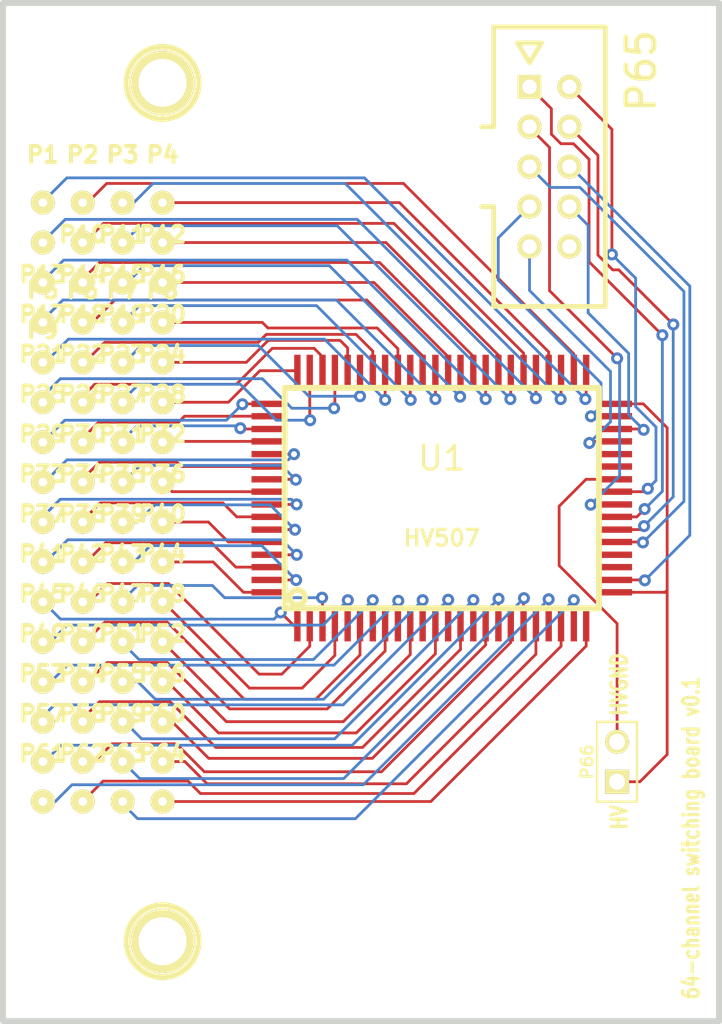
<source format=kicad_pcb>
(kicad_pcb (version 4) (host pcbnew 4.0.0-rc1-stable)

  (general
    (links 76)
    (no_connects 0)
    (area 12.382499 12.255499 58.356501 77.406501)
    (thickness 1.6002)
    (drawings 7)
    (tracks 507)
    (zones 0)
    (modules 69)
    (nets 76)
  )

  (page A4)
  (title_block
    (date "24 sep 2015")
  )

  (layers
    (0 Front signal)
    (31 Back signal)
    (32 B.Adhes user)
    (33 F.Adhes user)
    (34 B.Paste user)
    (35 F.Paste user)
    (36 B.SilkS user)
    (37 F.SilkS user)
    (38 B.Mask user)
    (39 F.Mask user)
    (40 Dwgs.User user)
    (41 Cmts.User user)
    (42 Eco1.User user)
    (43 Eco2.User user)
    (44 Edge.Cuts user)
  )

  (setup
    (last_trace_width 0.1778)
    (trace_clearance 0.1778)
    (zone_clearance 0.762)
    (zone_45_only no)
    (trace_min 0.1778)
    (segment_width 0.381)
    (edge_width 0.381)
    (via_size 0.762)
    (via_drill 0.381)
    (via_min_size 0.762)
    (via_min_drill 0.381)
    (uvia_size 0.508)
    (uvia_drill 0.127)
    (uvias_allowed no)
    (uvia_min_size 0.508)
    (uvia_min_drill 0.127)
    (pcb_text_width 0.3048)
    (pcb_text_size 1.524 2.032)
    (mod_edge_width 0.3048)
    (mod_text_size 1.524 1.524)
    (mod_text_width 0.3048)
    (pad_size 1.524 1.524)
    (pad_drill 1.016)
    (pad_to_mask_clearance 0.254)
    (aux_axis_origin 0 0)
    (visible_elements 7FFFFFFF)
    (pcbplotparams
      (layerselection 0x00030_80000001)
      (usegerberextensions true)
      (excludeedgelayer true)
      (linewidth 0.150000)
      (plotframeref false)
      (viasonmask false)
      (mode 1)
      (useauxorigin false)
      (hpglpennumber 1)
      (hpglpenspeed 20)
      (hpglpendiameter 15)
      (hpglpenoverlay 0)
      (psnegative false)
      (psa4output false)
      (plotreference true)
      (plotvalue true)
      (plotinvisibletext false)
      (padsonsilk false)
      (subtractmaskfromsilk false)
      (outputformat 1)
      (mirror false)
      (drillshape 0)
      (scaleselection 1)
      (outputdirectory gerber))
  )

  (net 0 "")
  (net 1 +5V)
  (net 2 BL)
  (net 3 CLK)
  (net 4 DIOA)
  (net 5 DIOB)
  (net 6 DIR)
  (net 7 GND)
  (net 8 LE)
  (net 9 POL)
  (net 10 "Net-(P1-Pad1)")
  (net 11 "Net-(P2-Pad1)")
  (net 12 "Net-(P3-Pad1)")
  (net 13 "Net-(P4-Pad1)")
  (net 14 "Net-(P5-Pad1)")
  (net 15 "Net-(P6-Pad1)")
  (net 16 "Net-(P7-Pad1)")
  (net 17 "Net-(P8-Pad1)")
  (net 18 "Net-(P9-Pad1)")
  (net 19 "Net-(P10-Pad1)")
  (net 20 "Net-(P11-Pad1)")
  (net 21 "Net-(P12-Pad1)")
  (net 22 "Net-(P13-Pad1)")
  (net 23 "Net-(P14-Pad1)")
  (net 24 "Net-(P15-Pad1)")
  (net 25 "Net-(P16-Pad1)")
  (net 26 "Net-(P17-Pad1)")
  (net 27 "Net-(P18-Pad1)")
  (net 28 "Net-(P19-Pad1)")
  (net 29 "Net-(P20-Pad1)")
  (net 30 "Net-(P21-Pad1)")
  (net 31 "Net-(P22-Pad1)")
  (net 32 "Net-(P23-Pad1)")
  (net 33 "Net-(P24-Pad1)")
  (net 34 "Net-(P25-Pad1)")
  (net 35 "Net-(P26-Pad1)")
  (net 36 "Net-(P27-Pad1)")
  (net 37 "Net-(P28-Pad1)")
  (net 38 "Net-(P29-Pad1)")
  (net 39 "Net-(P30-Pad1)")
  (net 40 "Net-(P31-Pad1)")
  (net 41 "Net-(P32-Pad1)")
  (net 42 "Net-(P33-Pad1)")
  (net 43 "Net-(P34-Pad1)")
  (net 44 "Net-(P35-Pad1)")
  (net 45 "Net-(P36-Pad1)")
  (net 46 "Net-(P37-Pad1)")
  (net 47 "Net-(P38-Pad1)")
  (net 48 "Net-(P39-Pad1)")
  (net 49 "Net-(P40-Pad1)")
  (net 50 "Net-(P41-Pad1)")
  (net 51 "Net-(P42-Pad1)")
  (net 52 "Net-(P43-Pad1)")
  (net 53 "Net-(P44-Pad1)")
  (net 54 "Net-(P45-Pad1)")
  (net 55 "Net-(P46-Pad1)")
  (net 56 "Net-(P47-Pad1)")
  (net 57 "Net-(P48-Pad1)")
  (net 58 "Net-(P49-Pad1)")
  (net 59 "Net-(P50-Pad1)")
  (net 60 "Net-(P51-Pad1)")
  (net 61 "Net-(P52-Pad1)")
  (net 62 "Net-(P53-Pad1)")
  (net 63 "Net-(P54-Pad1)")
  (net 64 "Net-(P55-Pad1)")
  (net 65 "Net-(P56-Pad1)")
  (net 66 "Net-(P57-Pad1)")
  (net 67 "Net-(P58-Pad1)")
  (net 68 "Net-(P59-Pad1)")
  (net 69 "Net-(P60-Pad1)")
  (net 70 "Net-(P61-Pad1)")
  (net 71 "Net-(P62-Pad1)")
  (net 72 "Net-(P63-Pad1)")
  (net 73 "Net-(P64-Pad1)")
  (net 74 "Net-(P66-Pad1)")
  (net 75 "Net-(P66-Pad2)")

  (net_class Default "This is the default net class."
    (clearance 0.1778)
    (trace_width 0.1778)
    (via_dia 0.762)
    (via_drill 0.381)
    (uvia_dia 0.508)
    (uvia_drill 0.127)
    (add_net +5V)
    (add_net BL)
    (add_net CLK)
    (add_net DIOA)
    (add_net DIOB)
    (add_net DIR)
    (add_net GND)
    (add_net LE)
    (add_net "Net-(P1-Pad1)")
    (add_net "Net-(P10-Pad1)")
    (add_net "Net-(P11-Pad1)")
    (add_net "Net-(P12-Pad1)")
    (add_net "Net-(P13-Pad1)")
    (add_net "Net-(P14-Pad1)")
    (add_net "Net-(P15-Pad1)")
    (add_net "Net-(P16-Pad1)")
    (add_net "Net-(P17-Pad1)")
    (add_net "Net-(P18-Pad1)")
    (add_net "Net-(P19-Pad1)")
    (add_net "Net-(P2-Pad1)")
    (add_net "Net-(P20-Pad1)")
    (add_net "Net-(P21-Pad1)")
    (add_net "Net-(P22-Pad1)")
    (add_net "Net-(P23-Pad1)")
    (add_net "Net-(P24-Pad1)")
    (add_net "Net-(P25-Pad1)")
    (add_net "Net-(P26-Pad1)")
    (add_net "Net-(P27-Pad1)")
    (add_net "Net-(P28-Pad1)")
    (add_net "Net-(P29-Pad1)")
    (add_net "Net-(P3-Pad1)")
    (add_net "Net-(P30-Pad1)")
    (add_net "Net-(P31-Pad1)")
    (add_net "Net-(P32-Pad1)")
    (add_net "Net-(P33-Pad1)")
    (add_net "Net-(P34-Pad1)")
    (add_net "Net-(P35-Pad1)")
    (add_net "Net-(P36-Pad1)")
    (add_net "Net-(P37-Pad1)")
    (add_net "Net-(P38-Pad1)")
    (add_net "Net-(P39-Pad1)")
    (add_net "Net-(P4-Pad1)")
    (add_net "Net-(P40-Pad1)")
    (add_net "Net-(P41-Pad1)")
    (add_net "Net-(P42-Pad1)")
    (add_net "Net-(P43-Pad1)")
    (add_net "Net-(P44-Pad1)")
    (add_net "Net-(P45-Pad1)")
    (add_net "Net-(P46-Pad1)")
    (add_net "Net-(P47-Pad1)")
    (add_net "Net-(P48-Pad1)")
    (add_net "Net-(P49-Pad1)")
    (add_net "Net-(P5-Pad1)")
    (add_net "Net-(P50-Pad1)")
    (add_net "Net-(P51-Pad1)")
    (add_net "Net-(P52-Pad1)")
    (add_net "Net-(P53-Pad1)")
    (add_net "Net-(P54-Pad1)")
    (add_net "Net-(P55-Pad1)")
    (add_net "Net-(P56-Pad1)")
    (add_net "Net-(P57-Pad1)")
    (add_net "Net-(P58-Pad1)")
    (add_net "Net-(P59-Pad1)")
    (add_net "Net-(P6-Pad1)")
    (add_net "Net-(P60-Pad1)")
    (add_net "Net-(P61-Pad1)")
    (add_net "Net-(P62-Pad1)")
    (add_net "Net-(P63-Pad1)")
    (add_net "Net-(P64-Pad1)")
    (add_net "Net-(P66-Pad1)")
    (add_net "Net-(P66-Pad2)")
    (add_net "Net-(P7-Pad1)")
    (add_net "Net-(P8-Pad1)")
    (add_net "Net-(P9-Pad1)")
    (add_net POL)
  )

  (module he10-10d (layer Front) (tedit 556DFC99) (tstamp 556DFC79)
    (at 47.371 22.86 270)
    (descr "Connecteur HE10 10 contacts droit")
    (tags "CONN HE10")
    (path /56381B36)
    (fp_text reference P65 (at -6.096 -5.842 270) (layer F.SilkS)
      (effects (font (size 1.778 1.778) (thickness 0.3048)))
    )
    (fp_text value CONN_01X10 (at 0.381 5.588 270) (layer F.SilkS) hide
      (effects (font (size 1.778 1.778) (thickness 0.3048)))
    )
    (fp_line (start -8.89 3.556) (end -8.89 -3.556) (layer F.SilkS) (width 0.3048))
    (fp_line (start 8.89 3.556) (end 8.89 -3.556) (layer F.SilkS) (width 0.3048))
    (fp_line (start -2.54 4.318) (end -2.54 3.556) (layer F.SilkS) (width 0.3048))
    (fp_line (start -2.54 3.556) (end -8.89 3.556) (layer F.SilkS) (width 0.3048))
    (fp_line (start -8.89 -3.556) (end 8.89 -3.556) (layer F.SilkS) (width 0.3048))
    (fp_line (start 8.89 3.556) (end 2.54 3.556) (layer F.SilkS) (width 0.3048))
    (fp_line (start 2.54 3.556) (end 2.54 4.318) (layer F.SilkS) (width 0.3048))
    (fp_line (start -6.604 1.27) (end -7.874 0.508) (layer F.SilkS) (width 0.3048))
    (fp_line (start -7.874 0.508) (end -7.874 2.032) (layer F.SilkS) (width 0.3048))
    (fp_line (start -7.874 2.032) (end -6.604 1.27) (layer F.SilkS) (width 0.3048))
    (pad 1 thru_hole rect (at -5.08 1.27 270) (size 1.524 1.524) (drill 0.9144) (layers *.Cu *.Mask F.SilkS)
      (net 1 +5V))
    (pad 2 thru_hole circle (at -5.08 -1.27 270) (size 1.524 1.524) (drill 0.9144) (layers *.Cu *.Mask F.SilkS)
      (net 7 GND))
    (pad 3 thru_hole circle (at -2.54 1.27 270) (size 1.524 1.524) (drill 0.9144) (layers *.Cu *.Mask F.SilkS)
      (net 6 DIR))
    (pad 4 thru_hole circle (at -2.54 -1.27 270) (size 1.524 1.524) (drill 0.9144) (layers *.Cu *.Mask F.SilkS)
      (net 9 POL))
    (pad 5 thru_hole circle (at 0 1.27 270) (size 1.524 1.524) (drill 0.9144) (layers *.Cu *.Mask F.SilkS)
      (net 2 BL))
    (pad 6 thru_hole circle (at 0 -1.27 270) (size 1.524 1.524) (drill 0.9144) (layers *.Cu *.Mask F.SilkS)
      (net 4 DIOA))
    (pad 7 thru_hole circle (at 2.54 1.27 270) (size 1.524 1.524) (drill 0.9144) (layers *.Cu *.Mask F.SilkS)
      (net 5 DIOB))
    (pad 8 thru_hole circle (at 2.54 -1.27 270) (size 1.524 1.524) (drill 0.9144) (layers *.Cu *.Mask F.SilkS)
      (net 8 LE))
    (pad 9 thru_hole circle (at 5.08 1.27 270) (size 1.524 1.524) (drill 0.9144) (layers *.Cu *.Mask F.SilkS)
      (net 3 CLK))
    (pad 10 thru_hole circle (at 5.08 -1.27 270) (size 1.524 1.524) (drill 0.9144) (layers *.Cu *.Mask F.SilkS))
    (model conn_HExx/he10_10.wrl
      (at (xyz 0 0 0))
      (scale (xyz 1 1 1))
      (rotate (xyz 0 0 0))
    )
  )

  (module 1pin (layer Front) (tedit 4E385321) (tstamp 4E385115)
    (at 22.733 72.136)
    (descr "module 1 pin (ou trou mecanique de percage)")
    (tags DEV)
    (path 1pin)
    (fp_text reference H3 (at 0 -3.048) (layer F.SilkS) hide
      (effects (font (size 1.016 1.016) (thickness 0.254)))
    )
    (fp_text value H3 (at 0 2.794) (layer F.SilkS) hide
      (effects (font (size 1.016 1.016) (thickness 0.254)))
    )
    (fp_circle (center 0 0) (end 0 -2.286) (layer F.SilkS) (width 0.381))
    (pad 1 thru_hole circle (at 0 0) (size 4.064 4.064) (drill 3.048) (layers *.Cu *.Mask F.SilkS))
  )

  (module 1pin (layer Front) (tedit 4E38532D) (tstamp 4E3850EA)
    (at 22.733 17.526)
    (descr "module 1 pin (ou trou mecanique de percage)")
    (tags DEV)
    (path 1pin)
    (fp_text reference H2 (at 0 -3.048) (layer F.SilkS) hide
      (effects (font (size 1.016 1.016) (thickness 0.254)))
    )
    (fp_text value H2 (at 0 2.794) (layer F.SilkS) hide
      (effects (font (size 1.016 1.016) (thickness 0.254)))
    )
    (fp_circle (center 0 0) (end 0 -2.286) (layer F.SilkS) (width 0.381))
    (pad 1 thru_hole circle (at 0 0) (size 4.064 4.064) (drill 3.048) (layers *.Cu *.Mask F.SilkS))
  )

  (module pogo_pin (layer Front) (tedit 51DEF033) (tstamp 4E38479A)
    (at 15.113 25.146)
    (descr "module 1 pin (ou trou mecanique de percage)")
    (tags DEV)
    (path /563853F5)
    (fp_text reference P1 (at 0 -3.048) (layer F.SilkS)
      (effects (font (size 1.016 1.016) (thickness 0.254)))
    )
    (fp_text value CONN_01X01 (at 0 2.794) (layer F.SilkS) hide
      (effects (font (size 1.016 1.016) (thickness 0.254)))
    )
    (pad 1 thru_hole circle (at 0 0) (size 1.524 1.524) (drill 0.55) (layers *.Cu *.Mask F.SilkS)
      (net 10 "Net-(P1-Pad1)"))
  )

  (module pogo_pin (layer Front) (tedit 51DEF033) (tstamp 4E384798)
    (at 17.653 25.146)
    (descr "module 1 pin (ou trou mecanique de percage)")
    (tags DEV)
    (path /56386708)
    (fp_text reference P2 (at 0 -3.048) (layer F.SilkS)
      (effects (font (size 1.016 1.016) (thickness 0.254)))
    )
    (fp_text value CONN_01X01 (at 0 2.794) (layer F.SilkS) hide
      (effects (font (size 1.016 1.016) (thickness 0.254)))
    )
    (pad 1 thru_hole circle (at 0 0) (size 1.524 1.524) (drill 0.55) (layers *.Cu *.Mask F.SilkS)
      (net 11 "Net-(P2-Pad1)"))
  )

  (module pogo_pin (layer Front) (tedit 51DEF033) (tstamp 4E384796)
    (at 20.193 25.146)
    (descr "module 1 pin (ou trou mecanique de percage)")
    (tags DEV)
    (path /5638675D)
    (fp_text reference P3 (at 0 -3.048) (layer F.SilkS)
      (effects (font (size 1.016 1.016) (thickness 0.254)))
    )
    (fp_text value CONN_01X01 (at 0 2.794) (layer F.SilkS) hide
      (effects (font (size 1.016 1.016) (thickness 0.254)))
    )
    (pad 1 thru_hole circle (at 0 0) (size 1.524 1.524) (drill 0.55) (layers *.Cu *.Mask F.SilkS)
      (net 12 "Net-(P3-Pad1)"))
  )

  (module pogo_pin (layer Front) (tedit 51DEF033) (tstamp 4FB15F24)
    (at 22.733 25.146)
    (descr "module 1 pin (ou trou mecanique de percage)")
    (tags DEV)
    (path /56386763)
    (fp_text reference P4 (at 0 -3.048) (layer F.SilkS)
      (effects (font (size 1.016 1.016) (thickness 0.254)))
    )
    (fp_text value CONN_01X01 (at 0 2.794) (layer F.SilkS) hide
      (effects (font (size 1.016 1.016) (thickness 0.254)))
    )
    (pad 1 thru_hole circle (at 0 0) (size 1.524 1.524) (drill 0.55) (layers *.Cu *.Mask F.SilkS)
      (net 13 "Net-(P4-Pad1)"))
  )

  (module pogo_pin (layer Front) (tedit 51DEF033) (tstamp 4E384792)
    (at 15.113 27.686 180)
    (descr "module 1 pin (ou trou mecanique de percage)")
    (tags DEV)
    (path /56386819)
    (fp_text reference P5 (at 0 -3.048 180) (layer F.SilkS)
      (effects (font (size 1.016 1.016) (thickness 0.254)))
    )
    (fp_text value CONN_01X01 (at 0 2.794 180) (layer F.SilkS) hide
      (effects (font (size 1.016 1.016) (thickness 0.254)))
    )
    (pad 1 thru_hole circle (at 0 0 180) (size 1.524 1.524) (drill 0.55) (layers *.Cu *.Mask F.SilkS)
      (net 14 "Net-(P5-Pad1)"))
  )

  (module pogo_pin (layer Front) (tedit 51DEF033) (tstamp 4E384790)
    (at 17.653 27.686 180)
    (descr "module 1 pin (ou trou mecanique de percage)")
    (tags DEV)
    (path /5638681F)
    (fp_text reference P6 (at 0 -3.048 180) (layer F.SilkS)
      (effects (font (size 1.016 1.016) (thickness 0.254)))
    )
    (fp_text value CONN_01X01 (at 0 2.794 180) (layer F.SilkS) hide
      (effects (font (size 1.016 1.016) (thickness 0.254)))
    )
    (pad 1 thru_hole circle (at 0 0 180) (size 1.524 1.524) (drill 0.55) (layers *.Cu *.Mask F.SilkS)
      (net 15 "Net-(P6-Pad1)"))
  )

  (module pogo_pin (layer Front) (tedit 51DEF033) (tstamp 4E38478E)
    (at 20.193 27.686 180)
    (descr "module 1 pin (ou trou mecanique de percage)")
    (tags DEV)
    (path /56386825)
    (fp_text reference P7 (at 0 -3.048 180) (layer F.SilkS)
      (effects (font (size 1.016 1.016) (thickness 0.254)))
    )
    (fp_text value CONN_01X01 (at 0 2.794 180) (layer F.SilkS) hide
      (effects (font (size 1.016 1.016) (thickness 0.254)))
    )
    (pad 1 thru_hole circle (at 0 0 180) (size 1.524 1.524) (drill 0.55) (layers *.Cu *.Mask F.SilkS)
      (net 16 "Net-(P7-Pad1)"))
  )

  (module pogo_pin (layer Front) (tedit 51DEF033) (tstamp 4E38478C)
    (at 22.733 27.686 180)
    (descr "module 1 pin (ou trou mecanique de percage)")
    (tags DEV)
    (path /5638682B)
    (fp_text reference P8 (at 0 -3.048 180) (layer F.SilkS)
      (effects (font (size 1.016 1.016) (thickness 0.254)))
    )
    (fp_text value CONN_01X01 (at 0 2.794 180) (layer F.SilkS) hide
      (effects (font (size 1.016 1.016) (thickness 0.254)))
    )
    (pad 1 thru_hole circle (at 0 0 180) (size 1.524 1.524) (drill 0.55) (layers *.Cu *.Mask F.SilkS)
      (net 17 "Net-(P8-Pad1)"))
  )

  (module pogo_pin (layer Front) (tedit 51DEF033) (tstamp 4E38478A)
    (at 15.113 30.226 180)
    (descr "module 1 pin (ou trou mecanique de percage)")
    (tags DEV)
    (path /563868E6)
    (fp_text reference P9 (at 0 -3.048 180) (layer F.SilkS)
      (effects (font (size 1.016 1.016) (thickness 0.254)))
    )
    (fp_text value CONN_01X01 (at 0 2.794 180) (layer F.SilkS) hide
      (effects (font (size 1.016 1.016) (thickness 0.254)))
    )
    (pad 1 thru_hole circle (at 0 0 180) (size 1.524 1.524) (drill 0.55) (layers *.Cu *.Mask F.SilkS)
      (net 18 "Net-(P9-Pad1)"))
  )

  (module pogo_pin (layer Front) (tedit 51DEF033) (tstamp 4E384788)
    (at 17.653 30.226)
    (descr "module 1 pin (ou trou mecanique de percage)")
    (tags DEV)
    (path /563868EC)
    (fp_text reference P10 (at 0 -3.048) (layer F.SilkS)
      (effects (font (size 1.016 1.016) (thickness 0.254)))
    )
    (fp_text value CONN_01X01 (at 0 2.794) (layer F.SilkS) hide
      (effects (font (size 1.016 1.016) (thickness 0.254)))
    )
    (pad 1 thru_hole circle (at 0 0) (size 1.524 1.524) (drill 0.55) (layers *.Cu *.Mask F.SilkS)
      (net 19 "Net-(P10-Pad1)"))
  )

  (module pogo_pin (layer Front) (tedit 51DEF033) (tstamp 4E384786)
    (at 20.193 30.226)
    (descr "module 1 pin (ou trou mecanique de percage)")
    (tags DEV)
    (path /563868F2)
    (fp_text reference P11 (at 0 -3.048) (layer F.SilkS)
      (effects (font (size 1.016 1.016) (thickness 0.254)))
    )
    (fp_text value CONN_01X01 (at 0 2.794) (layer F.SilkS) hide
      (effects (font (size 1.016 1.016) (thickness 0.254)))
    )
    (pad 1 thru_hole circle (at 0 0) (size 1.524 1.524) (drill 0.55) (layers *.Cu *.Mask F.SilkS)
      (net 20 "Net-(P11-Pad1)"))
  )

  (module pogo_pin (layer Front) (tedit 51DEF033) (tstamp 4E384784)
    (at 22.733 30.226)
    (descr "module 1 pin (ou trou mecanique de percage)")
    (tags DEV)
    (path /563868F8)
    (fp_text reference P12 (at 0 -3.048) (layer F.SilkS)
      (effects (font (size 1.016 1.016) (thickness 0.254)))
    )
    (fp_text value CONN_01X01 (at 0 2.794) (layer F.SilkS) hide
      (effects (font (size 1.016 1.016) (thickness 0.254)))
    )
    (pad 1 thru_hole circle (at 0 0) (size 1.524 1.524) (drill 0.55) (layers *.Cu *.Mask F.SilkS)
      (net 21 "Net-(P12-Pad1)"))
  )

  (module pogo_pin (layer Front) (tedit 51DEF033) (tstamp 4E384782)
    (at 15.113 32.766)
    (descr "module 1 pin (ou trou mecanique de percage)")
    (tags DEV)
    (path /563868FE)
    (fp_text reference P13 (at 0 -3.048) (layer F.SilkS)
      (effects (font (size 1.016 1.016) (thickness 0.254)))
    )
    (fp_text value CONN_01X01 (at 0 2.794) (layer F.SilkS) hide
      (effects (font (size 1.016 1.016) (thickness 0.254)))
    )
    (pad 1 thru_hole circle (at 0 0) (size 1.524 1.524) (drill 0.55) (layers *.Cu *.Mask F.SilkS)
      (net 22 "Net-(P13-Pad1)"))
  )

  (module pogo_pin (layer Front) (tedit 51DEF033) (tstamp 4E384780)
    (at 17.653 32.766)
    (descr "module 1 pin (ou trou mecanique de percage)")
    (tags DEV)
    (path /56386904)
    (fp_text reference P14 (at 0 -3.048) (layer F.SilkS)
      (effects (font (size 1.016 1.016) (thickness 0.254)))
    )
    (fp_text value CONN_01X01 (at 0 2.794) (layer F.SilkS) hide
      (effects (font (size 1.016 1.016) (thickness 0.254)))
    )
    (pad 1 thru_hole circle (at 0 0) (size 1.524 1.524) (drill 0.55) (layers *.Cu *.Mask F.SilkS)
      (net 23 "Net-(P14-Pad1)"))
  )

  (module pogo_pin (layer Front) (tedit 51DEF033) (tstamp 4E38477E)
    (at 20.193 32.766)
    (descr "module 1 pin (ou trou mecanique de percage)")
    (tags DEV)
    (path /5638690A)
    (fp_text reference P15 (at 0 -3.048) (layer F.SilkS)
      (effects (font (size 1.016 1.016) (thickness 0.254)))
    )
    (fp_text value CONN_01X01 (at 0 2.794) (layer F.SilkS) hide
      (effects (font (size 1.016 1.016) (thickness 0.254)))
    )
    (pad 1 thru_hole circle (at 0 0) (size 1.524 1.524) (drill 0.55) (layers *.Cu *.Mask F.SilkS)
      (net 24 "Net-(P15-Pad1)"))
  )

  (module pogo_pin (layer Front) (tedit 51DEF033) (tstamp 4E38477C)
    (at 22.733 32.766)
    (descr "module 1 pin (ou trou mecanique de percage)")
    (tags DEV)
    (path /56386910)
    (fp_text reference P16 (at 0 -3.048) (layer F.SilkS)
      (effects (font (size 1.016 1.016) (thickness 0.254)))
    )
    (fp_text value CONN_01X01 (at 0 2.794) (layer F.SilkS) hide
      (effects (font (size 1.016 1.016) (thickness 0.254)))
    )
    (pad 1 thru_hole circle (at 0 0) (size 1.524 1.524) (drill 0.55) (layers *.Cu *.Mask F.SilkS)
      (net 25 "Net-(P16-Pad1)"))
  )

  (module pogo_pin (layer Front) (tedit 51DEF033) (tstamp 4E38477A)
    (at 15.113 35.306)
    (descr "module 1 pin (ou trou mecanique de percage)")
    (tags DEV)
    (path /56386A61)
    (fp_text reference P17 (at 0 -3.048) (layer F.SilkS)
      (effects (font (size 1.016 1.016) (thickness 0.254)))
    )
    (fp_text value CONN_01X01 (at 0 2.794) (layer F.SilkS) hide
      (effects (font (size 1.016 1.016) (thickness 0.254)))
    )
    (pad 1 thru_hole circle (at 0 0) (size 1.524 1.524) (drill 0.55) (layers *.Cu *.Mask F.SilkS)
      (net 26 "Net-(P17-Pad1)"))
  )

  (module pogo_pin (layer Front) (tedit 51DEF033) (tstamp 4E384778)
    (at 17.653 35.306)
    (descr "module 1 pin (ou trou mecanique de percage)")
    (tags DEV)
    (path /56386A67)
    (fp_text reference P18 (at 0 -3.048) (layer F.SilkS)
      (effects (font (size 1.016 1.016) (thickness 0.254)))
    )
    (fp_text value CONN_01X01 (at 0 2.794) (layer F.SilkS) hide
      (effects (font (size 1.016 1.016) (thickness 0.254)))
    )
    (pad 1 thru_hole circle (at 0 0) (size 1.524 1.524) (drill 0.55) (layers *.Cu *.Mask F.SilkS)
      (net 27 "Net-(P18-Pad1)"))
  )

  (module pogo_pin (layer Front) (tedit 51DEF033) (tstamp 4E384776)
    (at 20.193 35.306)
    (descr "module 1 pin (ou trou mecanique de percage)")
    (tags DEV)
    (path /56386A6D)
    (fp_text reference P19 (at 0 -3.048) (layer F.SilkS)
      (effects (font (size 1.016 1.016) (thickness 0.254)))
    )
    (fp_text value CONN_01X01 (at 0 2.794) (layer F.SilkS) hide
      (effects (font (size 1.016 1.016) (thickness 0.254)))
    )
    (pad 1 thru_hole circle (at 0 0) (size 1.524 1.524) (drill 0.55) (layers *.Cu *.Mask F.SilkS)
      (net 28 "Net-(P19-Pad1)"))
  )

  (module pogo_pin (layer Front) (tedit 51DEF033) (tstamp 4E384774)
    (at 22.733 35.306)
    (descr "module 1 pin (ou trou mecanique de percage)")
    (tags DEV)
    (path /56386A73)
    (fp_text reference P20 (at 0 -3.048) (layer F.SilkS)
      (effects (font (size 1.016 1.016) (thickness 0.254)))
    )
    (fp_text value CONN_01X01 (at 0 2.794) (layer F.SilkS) hide
      (effects (font (size 1.016 1.016) (thickness 0.254)))
    )
    (pad 1 thru_hole circle (at 0 0) (size 1.524 1.524) (drill 0.55) (layers *.Cu *.Mask F.SilkS)
      (net 29 "Net-(P20-Pad1)"))
  )

  (module pogo_pin (layer Front) (tedit 51DEF033) (tstamp 4E384772)
    (at 15.113 37.846)
    (descr "module 1 pin (ou trou mecanique de percage)")
    (tags DEV)
    (path /56386A79)
    (fp_text reference P21 (at 0 -3.048) (layer F.SilkS)
      (effects (font (size 1.016 1.016) (thickness 0.254)))
    )
    (fp_text value CONN_01X01 (at 0 2.794) (layer F.SilkS) hide
      (effects (font (size 1.016 1.016) (thickness 0.254)))
    )
    (pad 1 thru_hole circle (at 0 0) (size 1.524 1.524) (drill 0.55) (layers *.Cu *.Mask F.SilkS)
      (net 30 "Net-(P21-Pad1)"))
  )

  (module pogo_pin (layer Front) (tedit 51DEF033) (tstamp 4E384770)
    (at 17.653 37.846)
    (descr "module 1 pin (ou trou mecanique de percage)")
    (tags DEV)
    (path /56386A7F)
    (fp_text reference P22 (at 0 -3.048) (layer F.SilkS)
      (effects (font (size 1.016 1.016) (thickness 0.254)))
    )
    (fp_text value CONN_01X01 (at 0 2.794) (layer F.SilkS) hide
      (effects (font (size 1.016 1.016) (thickness 0.254)))
    )
    (pad 1 thru_hole circle (at 0 0) (size 1.524 1.524) (drill 0.55) (layers *.Cu *.Mask F.SilkS)
      (net 31 "Net-(P22-Pad1)"))
  )

  (module pogo_pin (layer Front) (tedit 51DEF033) (tstamp 4E38476E)
    (at 20.193 37.846)
    (descr "module 1 pin (ou trou mecanique de percage)")
    (tags DEV)
    (path /56386A85)
    (fp_text reference P23 (at 0 -3.048) (layer F.SilkS)
      (effects (font (size 1.016 1.016) (thickness 0.254)))
    )
    (fp_text value CONN_01X01 (at 0 2.794) (layer F.SilkS) hide
      (effects (font (size 1.016 1.016) (thickness 0.254)))
    )
    (pad 1 thru_hole circle (at 0 0) (size 1.524 1.524) (drill 0.55) (layers *.Cu *.Mask F.SilkS)
      (net 32 "Net-(P23-Pad1)"))
  )

  (module pogo_pin (layer Front) (tedit 51DEF033) (tstamp 4E38476C)
    (at 22.733 37.846)
    (descr "module 1 pin (ou trou mecanique de percage)")
    (tags DEV)
    (path /56386A8B)
    (fp_text reference P24 (at 0 -3.048) (layer F.SilkS)
      (effects (font (size 1.016 1.016) (thickness 0.254)))
    )
    (fp_text value CONN_01X01 (at 0 2.794) (layer F.SilkS) hide
      (effects (font (size 1.016 1.016) (thickness 0.254)))
    )
    (pad 1 thru_hole circle (at 0 0) (size 1.524 1.524) (drill 0.55) (layers *.Cu *.Mask F.SilkS)
      (net 33 "Net-(P24-Pad1)"))
  )

  (module pogo_pin (layer Front) (tedit 51DEF033) (tstamp 4E38476A)
    (at 15.113 40.386)
    (descr "module 1 pin (ou trou mecanique de percage)")
    (tags DEV)
    (path /56388796)
    (fp_text reference P25 (at 0 -3.048) (layer F.SilkS)
      (effects (font (size 1.016 1.016) (thickness 0.254)))
    )
    (fp_text value CONN_01X01 (at 0 2.794) (layer F.SilkS) hide
      (effects (font (size 1.016 1.016) (thickness 0.254)))
    )
    (pad 1 thru_hole circle (at 0 0) (size 1.524 1.524) (drill 0.55) (layers *.Cu *.Mask F.SilkS)
      (net 34 "Net-(P25-Pad1)"))
  )

  (module pogo_pin (layer Front) (tedit 51DEF033) (tstamp 4E384768)
    (at 17.653 40.386)
    (descr "module 1 pin (ou trou mecanique de percage)")
    (tags DEV)
    (path /56388790)
    (fp_text reference P26 (at 0 -3.048) (layer F.SilkS)
      (effects (font (size 1.016 1.016) (thickness 0.254)))
    )
    (fp_text value CONN_01X01 (at 0 2.794) (layer F.SilkS) hide
      (effects (font (size 1.016 1.016) (thickness 0.254)))
    )
    (pad 1 thru_hole circle (at 0 0) (size 1.524 1.524) (drill 0.55) (layers *.Cu *.Mask F.SilkS)
      (net 35 "Net-(P26-Pad1)"))
  )

  (module pogo_pin (layer Front) (tedit 51DEF033) (tstamp 4E384766)
    (at 20.193 40.386)
    (descr "module 1 pin (ou trou mecanique de percage)")
    (tags DEV)
    (path /5638878A)
    (fp_text reference P27 (at 0 -3.048) (layer F.SilkS)
      (effects (font (size 1.016 1.016) (thickness 0.254)))
    )
    (fp_text value CONN_01X01 (at 0 2.794) (layer F.SilkS) hide
      (effects (font (size 1.016 1.016) (thickness 0.254)))
    )
    (pad 1 thru_hole circle (at 0 0) (size 1.524 1.524) (drill 0.55) (layers *.Cu *.Mask F.SilkS)
      (net 36 "Net-(P27-Pad1)"))
  )

  (module pogo_pin (layer Front) (tedit 51DEF033) (tstamp 4E384764)
    (at 22.733 40.386)
    (descr "module 1 pin (ou trou mecanique de percage)")
    (tags DEV)
    (path /56388784)
    (fp_text reference P28 (at 0 -3.048) (layer F.SilkS)
      (effects (font (size 1.016 1.016) (thickness 0.254)))
    )
    (fp_text value CONN_01X01 (at 0 2.794) (layer F.SilkS) hide
      (effects (font (size 1.016 1.016) (thickness 0.254)))
    )
    (pad 1 thru_hole circle (at 0 0) (size 1.524 1.524) (drill 0.55) (layers *.Cu *.Mask F.SilkS)
      (net 37 "Net-(P28-Pad1)"))
  )

  (module pogo_pin (layer Front) (tedit 51DEF033) (tstamp 4E384762)
    (at 15.113 42.926)
    (descr "module 1 pin (ou trou mecanique de percage)")
    (tags DEV)
    (path /5638877E)
    (fp_text reference P29 (at 0 -3.048) (layer F.SilkS)
      (effects (font (size 1.016 1.016) (thickness 0.254)))
    )
    (fp_text value CONN_01X01 (at 0 2.794) (layer F.SilkS) hide
      (effects (font (size 1.016 1.016) (thickness 0.254)))
    )
    (pad 1 thru_hole circle (at 0 0) (size 1.524 1.524) (drill 0.55) (layers *.Cu *.Mask F.SilkS)
      (net 38 "Net-(P29-Pad1)"))
  )

  (module pogo_pin (layer Front) (tedit 51DEF033) (tstamp 4E384760)
    (at 17.653 42.926)
    (descr "module 1 pin (ou trou mecanique de percage)")
    (tags DEV)
    (path /56388778)
    (fp_text reference P30 (at 0 -3.048) (layer F.SilkS)
      (effects (font (size 1.016 1.016) (thickness 0.254)))
    )
    (fp_text value CONN_01X01 (at 0 2.794) (layer F.SilkS) hide
      (effects (font (size 1.016 1.016) (thickness 0.254)))
    )
    (pad 1 thru_hole circle (at 0 0) (size 1.524 1.524) (drill 0.55) (layers *.Cu *.Mask F.SilkS)
      (net 39 "Net-(P30-Pad1)"))
  )

  (module pogo_pin (layer Front) (tedit 51DEF033) (tstamp 4E3847D6)
    (at 20.193 42.926)
    (descr "module 1 pin (ou trou mecanique de percage)")
    (tags DEV)
    (path /56388772)
    (fp_text reference P31 (at 0 -3.048) (layer F.SilkS)
      (effects (font (size 1.016 1.016) (thickness 0.254)))
    )
    (fp_text value CONN_01X01 (at 0 2.794) (layer F.SilkS) hide
      (effects (font (size 1.016 1.016) (thickness 0.254)))
    )
    (pad 1 thru_hole circle (at 0 0) (size 1.524 1.524) (drill 0.55) (layers *.Cu *.Mask F.SilkS)
      (net 40 "Net-(P31-Pad1)"))
  )

  (module pogo_pin (layer Front) (tedit 51DEF033) (tstamp 4E3847D4)
    (at 22.733 42.926)
    (descr "module 1 pin (ou trou mecanique de percage)")
    (tags DEV)
    (path /5638876C)
    (fp_text reference P32 (at 0 -3.048) (layer F.SilkS)
      (effects (font (size 1.016 1.016) (thickness 0.254)))
    )
    (fp_text value CONN_01X01 (at 0 2.794) (layer F.SilkS) hide
      (effects (font (size 1.016 1.016) (thickness 0.254)))
    )
    (pad 1 thru_hole circle (at 0 0) (size 1.524 1.524) (drill 0.55) (layers *.Cu *.Mask F.SilkS)
      (net 41 "Net-(P32-Pad1)"))
  )

  (module pogo_pin (layer Front) (tedit 51DEF033) (tstamp 4E3847D2)
    (at 15.113 45.466)
    (descr "module 1 pin (ou trou mecanique de percage)")
    (tags DEV)
    (path /56388766)
    (fp_text reference P33 (at 0 -3.048) (layer F.SilkS)
      (effects (font (size 1.016 1.016) (thickness 0.254)))
    )
    (fp_text value CONN_01X01 (at 0 2.794) (layer F.SilkS) hide
      (effects (font (size 1.016 1.016) (thickness 0.254)))
    )
    (pad 1 thru_hole circle (at 0 0) (size 1.524 1.524) (drill 0.55) (layers *.Cu *.Mask F.SilkS)
      (net 42 "Net-(P33-Pad1)"))
  )

  (module pogo_pin (layer Front) (tedit 51DEF033) (tstamp 4E3847D0)
    (at 17.653 45.466)
    (descr "module 1 pin (ou trou mecanique de percage)")
    (tags DEV)
    (path /56388760)
    (fp_text reference P34 (at 0 -3.048) (layer F.SilkS)
      (effects (font (size 1.016 1.016) (thickness 0.254)))
    )
    (fp_text value CONN_01X01 (at 0 2.794) (layer F.SilkS) hide
      (effects (font (size 1.016 1.016) (thickness 0.254)))
    )
    (pad 1 thru_hole circle (at 0 0) (size 1.524 1.524) (drill 0.55) (layers *.Cu *.Mask F.SilkS)
      (net 43 "Net-(P34-Pad1)"))
  )

  (module pogo_pin (layer Front) (tedit 51DEF033) (tstamp 4E3847CE)
    (at 20.193 45.466)
    (descr "module 1 pin (ou trou mecanique de percage)")
    (tags DEV)
    (path /5638875A)
    (fp_text reference P35 (at 0 -3.048) (layer F.SilkS)
      (effects (font (size 1.016 1.016) (thickness 0.254)))
    )
    (fp_text value CONN_01X01 (at 0 2.794) (layer F.SilkS) hide
      (effects (font (size 1.016 1.016) (thickness 0.254)))
    )
    (pad 1 thru_hole circle (at 0 0) (size 1.524 1.524) (drill 0.55) (layers *.Cu *.Mask F.SilkS)
      (net 44 "Net-(P35-Pad1)"))
  )

  (module pogo_pin (layer Front) (tedit 51DEF033) (tstamp 4E3847CC)
    (at 22.733 45.466)
    (descr "module 1 pin (ou trou mecanique de percage)")
    (tags DEV)
    (path /56388754)
    (fp_text reference P36 (at 0 -3.048) (layer F.SilkS)
      (effects (font (size 1.016 1.016) (thickness 0.254)))
    )
    (fp_text value CONN_01X01 (at 0 2.794) (layer F.SilkS) hide
      (effects (font (size 1.016 1.016) (thickness 0.254)))
    )
    (pad 1 thru_hole circle (at 0 0) (size 1.524 1.524) (drill 0.55) (layers *.Cu *.Mask F.SilkS)
      (net 45 "Net-(P36-Pad1)"))
  )

  (module pogo_pin (layer Front) (tedit 51DEF033) (tstamp 4E3847CA)
    (at 15.113 48.006)
    (descr "module 1 pin (ou trou mecanique de percage)")
    (tags DEV)
    (path /5638874E)
    (fp_text reference P37 (at 0 -3.048) (layer F.SilkS)
      (effects (font (size 1.016 1.016) (thickness 0.254)))
    )
    (fp_text value CONN_01X01 (at 0 2.794) (layer F.SilkS) hide
      (effects (font (size 1.016 1.016) (thickness 0.254)))
    )
    (pad 1 thru_hole circle (at 0 0) (size 1.524 1.524) (drill 0.55) (layers *.Cu *.Mask F.SilkS)
      (net 46 "Net-(P37-Pad1)"))
  )

  (module pogo_pin (layer Front) (tedit 51DEF033) (tstamp 4E3847C8)
    (at 17.653 48.006)
    (descr "module 1 pin (ou trou mecanique de percage)")
    (tags DEV)
    (path /56388748)
    (fp_text reference P38 (at 0 -3.048) (layer F.SilkS)
      (effects (font (size 1.016 1.016) (thickness 0.254)))
    )
    (fp_text value CONN_01X01 (at 0 2.794) (layer F.SilkS) hide
      (effects (font (size 1.016 1.016) (thickness 0.254)))
    )
    (pad 1 thru_hole circle (at 0 0) (size 1.524 1.524) (drill 0.55) (layers *.Cu *.Mask F.SilkS)
      (net 47 "Net-(P38-Pad1)"))
  )

  (module pogo_pin (layer Front) (tedit 51DEF033) (tstamp 4E3847C6)
    (at 20.193 48.006)
    (descr "module 1 pin (ou trou mecanique de percage)")
    (tags DEV)
    (path /56388742)
    (fp_text reference P39 (at 0 -3.048) (layer F.SilkS)
      (effects (font (size 1.016 1.016) (thickness 0.254)))
    )
    (fp_text value CONN_01X01 (at 0 2.794) (layer F.SilkS) hide
      (effects (font (size 1.016 1.016) (thickness 0.254)))
    )
    (pad 1 thru_hole circle (at 0 0) (size 1.524 1.524) (drill 0.55) (layers *.Cu *.Mask F.SilkS)
      (net 48 "Net-(P39-Pad1)"))
  )

  (module pogo_pin (layer Front) (tedit 51DEF033) (tstamp 4E3847C4)
    (at 22.733 48.006)
    (descr "module 1 pin (ou trou mecanique de percage)")
    (tags DEV)
    (path /56389CCF)
    (fp_text reference P40 (at 0 -3.048) (layer F.SilkS)
      (effects (font (size 1.016 1.016) (thickness 0.254)))
    )
    (fp_text value CONN_01X01 (at 0 2.794) (layer F.SilkS) hide
      (effects (font (size 1.016 1.016) (thickness 0.254)))
    )
    (pad 1 thru_hole circle (at 0 0) (size 1.524 1.524) (drill 0.55) (layers *.Cu *.Mask F.SilkS)
      (net 49 "Net-(P40-Pad1)"))
  )

  (module pogo_pin (layer Front) (tedit 51DEF033) (tstamp 4E3847C2)
    (at 15.113 50.546)
    (descr "module 1 pin (ou trou mecanique de percage)")
    (tags DEV)
    (path /56388194)
    (fp_text reference P41 (at 0 -3.048) (layer F.SilkS)
      (effects (font (size 1.016 1.016) (thickness 0.254)))
    )
    (fp_text value CONN_01X01 (at 0 2.794) (layer F.SilkS) hide
      (effects (font (size 1.016 1.016) (thickness 0.254)))
    )
    (pad 1 thru_hole circle (at 0 0) (size 1.524 1.524) (drill 0.55) (layers *.Cu *.Mask F.SilkS)
      (net 50 "Net-(P41-Pad1)"))
  )

  (module pogo_pin (layer Front) (tedit 51DEF033) (tstamp 4E3847C0)
    (at 17.653 50.546)
    (descr "module 1 pin (ou trou mecanique de percage)")
    (tags DEV)
    (path /5638819A)
    (fp_text reference P42 (at 0 -3.048) (layer F.SilkS)
      (effects (font (size 1.016 1.016) (thickness 0.254)))
    )
    (fp_text value CONN_01X01 (at 0 2.794) (layer F.SilkS) hide
      (effects (font (size 1.016 1.016) (thickness 0.254)))
    )
    (pad 1 thru_hole circle (at 0 0) (size 1.524 1.524) (drill 0.55) (layers *.Cu *.Mask F.SilkS)
      (net 51 "Net-(P42-Pad1)"))
  )

  (module pogo_pin (layer Front) (tedit 51DEF033) (tstamp 4E3847BE)
    (at 20.193 50.546)
    (descr "module 1 pin (ou trou mecanique de percage)")
    (tags DEV)
    (path /563881A0)
    (fp_text reference P43 (at 0 -3.048) (layer F.SilkS)
      (effects (font (size 1.016 1.016) (thickness 0.254)))
    )
    (fp_text value CONN_01X01 (at 0 2.794) (layer F.SilkS) hide
      (effects (font (size 1.016 1.016) (thickness 0.254)))
    )
    (pad 1 thru_hole circle (at 0 0) (size 1.524 1.524) (drill 0.55) (layers *.Cu *.Mask F.SilkS)
      (net 52 "Net-(P43-Pad1)"))
  )

  (module pogo_pin (layer Front) (tedit 51DEF033) (tstamp 4E3847BC)
    (at 22.733 50.546)
    (descr "module 1 pin (ou trou mecanique de percage)")
    (tags DEV)
    (path /563881A6)
    (fp_text reference P44 (at 0 -3.048) (layer F.SilkS)
      (effects (font (size 1.016 1.016) (thickness 0.254)))
    )
    (fp_text value CONN_01X01 (at 0 2.794) (layer F.SilkS) hide
      (effects (font (size 1.016 1.016) (thickness 0.254)))
    )
    (pad 1 thru_hole circle (at 0 0) (size 1.524 1.524) (drill 0.55) (layers *.Cu *.Mask F.SilkS)
      (net 53 "Net-(P44-Pad1)"))
  )

  (module pogo_pin (layer Front) (tedit 51DEF033) (tstamp 4E3847BA)
    (at 15.113 53.086)
    (descr "module 1 pin (ou trou mecanique de percage)")
    (tags DEV)
    (path /563881AC)
    (fp_text reference P45 (at 0 -3.048) (layer F.SilkS)
      (effects (font (size 1.016 1.016) (thickness 0.254)))
    )
    (fp_text value CONN_01X01 (at 0 2.794) (layer F.SilkS) hide
      (effects (font (size 1.016 1.016) (thickness 0.254)))
    )
    (pad 1 thru_hole circle (at 0 0) (size 1.524 1.524) (drill 0.55) (layers *.Cu *.Mask F.SilkS)
      (net 54 "Net-(P45-Pad1)"))
  )

  (module pogo_pin (layer Front) (tedit 51DEF033) (tstamp 4E3847B8)
    (at 17.653 53.086)
    (descr "module 1 pin (ou trou mecanique de percage)")
    (tags DEV)
    (path /563881B2)
    (fp_text reference P46 (at 0 -3.048) (layer F.SilkS)
      (effects (font (size 1.016 1.016) (thickness 0.254)))
    )
    (fp_text value CONN_01X01 (at 0 2.794) (layer F.SilkS) hide
      (effects (font (size 1.016 1.016) (thickness 0.254)))
    )
    (pad 1 thru_hole circle (at 0 0) (size 1.524 1.524) (drill 0.55) (layers *.Cu *.Mask F.SilkS)
      (net 55 "Net-(P46-Pad1)"))
  )

  (module pogo_pin (layer Front) (tedit 51DEF033) (tstamp 4E3847B6)
    (at 20.193 53.086)
    (descr "module 1 pin (ou trou mecanique de percage)")
    (tags DEV)
    (path /563881B8)
    (fp_text reference P47 (at 0 -3.048) (layer F.SilkS)
      (effects (font (size 1.016 1.016) (thickness 0.254)))
    )
    (fp_text value CONN_01X01 (at 0 2.794) (layer F.SilkS) hide
      (effects (font (size 1.016 1.016) (thickness 0.254)))
    )
    (pad 1 thru_hole circle (at 0 0) (size 1.524 1.524) (drill 0.55) (layers *.Cu *.Mask F.SilkS)
      (net 56 "Net-(P47-Pad1)"))
  )

  (module pogo_pin (layer Front) (tedit 51DEF033) (tstamp 4E3847B4)
    (at 22.733 53.086)
    (descr "module 1 pin (ou trou mecanique de percage)")
    (tags DEV)
    (path /563881BE)
    (fp_text reference P48 (at 0 -3.048) (layer F.SilkS)
      (effects (font (size 1.016 1.016) (thickness 0.254)))
    )
    (fp_text value CONN_01X01 (at 0 2.794) (layer F.SilkS) hide
      (effects (font (size 1.016 1.016) (thickness 0.254)))
    )
    (pad 1 thru_hole circle (at 0 0) (size 1.524 1.524) (drill 0.55) (layers *.Cu *.Mask F.SilkS)
      (net 57 "Net-(P48-Pad1)"))
  )

  (module pogo_pin (layer Front) (tedit 51DEF033) (tstamp 4E3847B2)
    (at 15.113 55.626)
    (descr "module 1 pin (ou trou mecanique de percage)")
    (tags DEV)
    (path /563881C4)
    (fp_text reference P49 (at 0 -3.048) (layer F.SilkS)
      (effects (font (size 1.016 1.016) (thickness 0.254)))
    )
    (fp_text value CONN_01X01 (at 0 2.794) (layer F.SilkS) hide
      (effects (font (size 1.016 1.016) (thickness 0.254)))
    )
    (pad 1 thru_hole circle (at 0 0) (size 1.524 1.524) (drill 0.55) (layers *.Cu *.Mask F.SilkS)
      (net 58 "Net-(P49-Pad1)"))
  )

  (module pogo_pin (layer Front) (tedit 51DEF033) (tstamp 4E3847B0)
    (at 17.653 55.626)
    (descr "module 1 pin (ou trou mecanique de percage)")
    (tags DEV)
    (path /563881CA)
    (fp_text reference P50 (at 0 -3.048) (layer F.SilkS)
      (effects (font (size 1.016 1.016) (thickness 0.254)))
    )
    (fp_text value CONN_01X01 (at 0 2.794) (layer F.SilkS) hide
      (effects (font (size 1.016 1.016) (thickness 0.254)))
    )
    (pad 1 thru_hole circle (at 0 0) (size 1.524 1.524) (drill 0.55) (layers *.Cu *.Mask F.SilkS)
      (net 59 "Net-(P50-Pad1)"))
  )

  (module pogo_pin (layer Front) (tedit 51DEF033) (tstamp 4E3847AE)
    (at 20.193 55.626)
    (descr "module 1 pin (ou trou mecanique de percage)")
    (tags DEV)
    (path /563881D0)
    (fp_text reference P51 (at 0 -3.048) (layer F.SilkS)
      (effects (font (size 1.016 1.016) (thickness 0.254)))
    )
    (fp_text value CONN_01X01 (at 0 2.794) (layer F.SilkS) hide
      (effects (font (size 1.016 1.016) (thickness 0.254)))
    )
    (pad 1 thru_hole circle (at 0 0) (size 1.524 1.524) (drill 0.55) (layers *.Cu *.Mask F.SilkS)
      (net 60 "Net-(P51-Pad1)"))
  )

  (module pogo_pin (layer Front) (tedit 51DEF033) (tstamp 4E3847AC)
    (at 22.733 55.626)
    (descr "module 1 pin (ou trou mecanique de percage)")
    (tags DEV)
    (path /563881D6)
    (fp_text reference P52 (at 0 -3.048) (layer F.SilkS)
      (effects (font (size 1.016 1.016) (thickness 0.254)))
    )
    (fp_text value CONN_01X01 (at 0 2.794) (layer F.SilkS) hide
      (effects (font (size 1.016 1.016) (thickness 0.254)))
    )
    (pad 1 thru_hole circle (at 0 0) (size 1.524 1.524) (drill 0.55) (layers *.Cu *.Mask F.SilkS)
      (net 61 "Net-(P52-Pad1)"))
  )

  (module pogo_pin (layer Front) (tedit 51DEF033) (tstamp 4E3847AA)
    (at 15.113 58.166)
    (descr "module 1 pin (ou trou mecanique de percage)")
    (tags DEV)
    (path /563881DC)
    (fp_text reference P53 (at 0 -3.048) (layer F.SilkS)
      (effects (font (size 1.016 1.016) (thickness 0.254)))
    )
    (fp_text value CONN_01X01 (at 0 2.794) (layer F.SilkS) hide
      (effects (font (size 1.016 1.016) (thickness 0.254)))
    )
    (pad 1 thru_hole circle (at 0 0) (size 1.524 1.524) (drill 0.55) (layers *.Cu *.Mask F.SilkS)
      (net 62 "Net-(P53-Pad1)"))
  )

  (module pogo_pin (layer Front) (tedit 51DEF033) (tstamp 4E3847A8)
    (at 17.653 58.166)
    (descr "module 1 pin (ou trou mecanique de percage)")
    (tags DEV)
    (path /563881E2)
    (fp_text reference P54 (at 0 -3.048) (layer F.SilkS)
      (effects (font (size 1.016 1.016) (thickness 0.254)))
    )
    (fp_text value CONN_01X01 (at 0 2.794) (layer F.SilkS) hide
      (effects (font (size 1.016 1.016) (thickness 0.254)))
    )
    (pad 1 thru_hole circle (at 0 0) (size 1.524 1.524) (drill 0.55) (layers *.Cu *.Mask F.SilkS)
      (net 63 "Net-(P54-Pad1)"))
  )

  (module pogo_pin (layer Front) (tedit 51DEF033) (tstamp 4E3847A6)
    (at 20.193 58.166)
    (descr "module 1 pin (ou trou mecanique de percage)")
    (tags DEV)
    (path /563881E8)
    (fp_text reference P55 (at 0 -3.048) (layer F.SilkS)
      (effects (font (size 1.016 1.016) (thickness 0.254)))
    )
    (fp_text value CONN_01X01 (at 0 2.794) (layer F.SilkS) hide
      (effects (font (size 1.016 1.016) (thickness 0.254)))
    )
    (pad 1 thru_hole circle (at 0 0) (size 1.524 1.524) (drill 0.55) (layers *.Cu *.Mask F.SilkS)
      (net 64 "Net-(P55-Pad1)"))
  )

  (module pogo_pin (layer Front) (tedit 51DEF033) (tstamp 4E3847A4)
    (at 22.733 58.166)
    (descr "module 1 pin (ou trou mecanique de percage)")
    (tags DEV)
    (path /563881EE)
    (fp_text reference P56 (at 0 -3.048) (layer F.SilkS)
      (effects (font (size 1.016 1.016) (thickness 0.254)))
    )
    (fp_text value CONN_01X01 (at 0 2.794) (layer F.SilkS) hide
      (effects (font (size 1.016 1.016) (thickness 0.254)))
    )
    (pad 1 thru_hole circle (at 0 0) (size 1.524 1.524) (drill 0.55) (layers *.Cu *.Mask F.SilkS)
      (net 65 "Net-(P56-Pad1)"))
  )

  (module pogo_pin (layer Front) (tedit 51DEF033) (tstamp 4E3847A2)
    (at 15.113 60.706)
    (descr "module 1 pin (ou trou mecanique de percage)")
    (tags DEV)
    (path /563881F4)
    (fp_text reference P57 (at 0 -3.048) (layer F.SilkS)
      (effects (font (size 1.016 1.016) (thickness 0.254)))
    )
    (fp_text value CONN_01X01 (at 0 2.794) (layer F.SilkS) hide
      (effects (font (size 1.016 1.016) (thickness 0.254)))
    )
    (pad 1 thru_hole circle (at 0 0) (size 1.524 1.524) (drill 0.55) (layers *.Cu *.Mask F.SilkS)
      (net 66 "Net-(P57-Pad1)"))
  )

  (module pogo_pin (layer Front) (tedit 51DEF033) (tstamp 4E3847A0)
    (at 17.653 60.706)
    (descr "module 1 pin (ou trou mecanique de percage)")
    (tags DEV)
    (path /563881FA)
    (fp_text reference P58 (at 0 -3.048) (layer F.SilkS)
      (effects (font (size 1.016 1.016) (thickness 0.254)))
    )
    (fp_text value CONN_01X01 (at 0 2.794) (layer F.SilkS) hide
      (effects (font (size 1.016 1.016) (thickness 0.254)))
    )
    (pad 1 thru_hole circle (at 0 0) (size 1.524 1.524) (drill 0.55) (layers *.Cu *.Mask F.SilkS)
      (net 67 "Net-(P58-Pad1)"))
  )

  (module pogo_pin (layer Front) (tedit 51DEF033) (tstamp 4E3863F0)
    (at 20.193 60.706)
    (descr "module 1 pin (ou trou mecanique de percage)")
    (tags DEV)
    (path /56388200)
    (fp_text reference P59 (at 0 -3.048) (layer F.SilkS)
      (effects (font (size 1.016 1.016) (thickness 0.254)))
    )
    (fp_text value CONN_01X01 (at 0 2.794) (layer F.SilkS) hide
      (effects (font (size 1.016 1.016) (thickness 0.254)))
    )
    (pad 1 thru_hole circle (at 0 0) (size 1.524 1.524) (drill 0.55) (layers *.Cu *.Mask F.SilkS)
      (net 68 "Net-(P59-Pad1)"))
  )

  (module pogo_pin (layer Front) (tedit 51DEF033) (tstamp 556DF34B)
    (at 22.733 60.706)
    (descr "module 1 pin (ou trou mecanique de percage)")
    (tags DEV)
    (path /56388206)
    (fp_text reference P60 (at 0 -3.048) (layer F.SilkS)
      (effects (font (size 1.016 1.016) (thickness 0.254)))
    )
    (fp_text value CONN_01X01 (at 0 2.794) (layer F.SilkS) hide
      (effects (font (size 1.016 1.016) (thickness 0.254)))
    )
    (pad 1 thru_hole circle (at 0 0) (size 1.524 1.524) (drill 0.55) (layers *.Cu *.Mask F.SilkS)
      (net 69 "Net-(P60-Pad1)"))
  )

  (module PQFP80 (layer Front) (tedit 4289CCB1) (tstamp 5564E88C)
    (at 40.513 43.942)
    (path /5564EA87)
    (attr smd)
    (fp_text reference U1 (at 0 -2.54) (layer F.SilkS)
      (effects (font (thickness 0.2032)))
    )
    (fp_text value HV507 (at 0 2.54) (layer F.SilkS)
      (effects (font (size 1.016 1.016) (thickness 0.2032)))
    )
    (fp_circle (center -9.1948 6.3246) (end -9.1948 5.842) (layer F.SilkS) (width 0.381))
    (fp_line (start -10.0076 7.0104) (end 10.0076 7.0104) (layer F.SilkS) (width 0.381))
    (fp_line (start 10.0076 7.0104) (end 10.0076 -7.0104) (layer F.SilkS) (width 0.381))
    (fp_line (start 10.0076 -7.0104) (end -10.0076 -7.0104) (layer F.SilkS) (width 0.381))
    (fp_line (start -10.0076 -7.0104) (end -10.0076 7.0104) (layer F.SilkS) (width 0.381))
    (pad 1 smd rect (at -9.1948 8.1026) (size 0.4064 2.032) (layers Front F.Paste F.Mask)
      (net 50 "Net-(P41-Pad1)"))
    (pad 2 smd rect (at -8.4074 8.1026) (size 0.4064 2.032) (layers Front F.Paste F.Mask)
      (net 51 "Net-(P42-Pad1)"))
    (pad 3 smd rect (at -7.5946 8.1026) (size 0.4064 2.032) (layers Front F.Paste F.Mask)
      (net 52 "Net-(P43-Pad1)"))
    (pad 4 smd rect (at -6.8072 8.1026) (size 0.4064 2.032) (layers Front F.Paste F.Mask)
      (net 53 "Net-(P44-Pad1)"))
    (pad 5 smd rect (at -5.9944 8.1026) (size 0.4064 2.032) (layers Front F.Paste F.Mask)
      (net 54 "Net-(P45-Pad1)"))
    (pad 6 smd rect (at -5.207 8.1026) (size 0.4064 2.032) (layers Front F.Paste F.Mask)
      (net 55 "Net-(P46-Pad1)"))
    (pad 7 smd rect (at -4.3942 8.1026) (size 0.4064 2.032) (layers Front F.Paste F.Mask)
      (net 56 "Net-(P47-Pad1)"))
    (pad 8 smd rect (at -3.6068 8.1026) (size 0.4064 2.032) (layers Front F.Paste F.Mask)
      (net 57 "Net-(P48-Pad1)"))
    (pad 9 smd rect (at -2.794 8.1026) (size 0.4064 2.032) (layers Front F.Paste F.Mask)
      (net 58 "Net-(P49-Pad1)"))
    (pad 10 smd rect (at -2.0066 8.1026) (size 0.4064 2.032) (layers Front F.Paste F.Mask)
      (net 59 "Net-(P50-Pad1)"))
    (pad 11 smd rect (at -1.2192 8.1026) (size 0.4064 2.032) (layers Front F.Paste F.Mask)
      (net 60 "Net-(P51-Pad1)"))
    (pad 12 smd rect (at -0.4064 8.1026) (size 0.4064 2.032) (layers Front F.Paste F.Mask)
      (net 61 "Net-(P52-Pad1)"))
    (pad 13 smd rect (at 0.4064 8.1026) (size 0.4064 2.032) (layers Front F.Paste F.Mask)
      (net 62 "Net-(P53-Pad1)"))
    (pad 14 smd rect (at 1.1938 8.1026) (size 0.4064 2.032) (layers Front F.Paste F.Mask)
      (net 63 "Net-(P54-Pad1)"))
    (pad 15 smd rect (at 2.0066 8.1026) (size 0.4064 2.032) (layers Front F.Paste F.Mask)
      (net 64 "Net-(P55-Pad1)"))
    (pad 16 smd rect (at 2.794 8.1026) (size 0.4064 2.032) (layers Front F.Paste F.Mask)
      (net 65 "Net-(P56-Pad1)"))
    (pad 17 smd rect (at 3.6068 8.1026) (size 0.4064 2.032) (layers Front F.Paste F.Mask)
      (net 66 "Net-(P57-Pad1)"))
    (pad 18 smd rect (at 4.3942 8.1026) (size 0.4064 2.032) (layers Front F.Paste F.Mask)
      (net 67 "Net-(P58-Pad1)"))
    (pad 19 smd rect (at 5.207 8.1026) (size 0.4064 2.032) (layers Front F.Paste F.Mask)
      (net 68 "Net-(P59-Pad1)"))
    (pad 20 smd rect (at 5.9944 8.1026) (size 0.4064 2.032) (layers Front F.Paste F.Mask)
      (net 69 "Net-(P60-Pad1)"))
    (pad 21 smd rect (at 6.8072 8.1026) (size 0.4064 2.032) (layers Front F.Paste F.Mask)
      (net 70 "Net-(P61-Pad1)"))
    (pad 22 smd rect (at 7.5946 8.1026) (size 0.4064 2.032) (layers Front F.Paste F.Mask)
      (net 71 "Net-(P62-Pad1)"))
    (pad 23 smd rect (at 8.4074 8.1026) (size 0.4064 2.032) (layers Front F.Paste F.Mask)
      (net 72 "Net-(P63-Pad1)"))
    (pad 24 smd rect (at 9.1948 8.1026) (size 0.4064 2.032) (layers Front F.Paste F.Mask)
      (net 73 "Net-(P64-Pad1)"))
    (pad 41 smd rect (at 9.1948 -8.1026) (size 0.4064 2.032) (layers Front F.Paste F.Mask)
      (net 10 "Net-(P1-Pad1)"))
    (pad 42 smd rect (at 8.4074 -8.1026) (size 0.4064 2.032) (layers Front F.Paste F.Mask)
      (net 11 "Net-(P2-Pad1)"))
    (pad 43 smd rect (at 7.5946 -8.1026) (size 0.4064 2.032) (layers Front F.Paste F.Mask)
      (net 12 "Net-(P3-Pad1)"))
    (pad 44 smd rect (at 6.8072 -8.1026) (size 0.4064 2.032) (layers Front F.Paste F.Mask)
      (net 13 "Net-(P4-Pad1)"))
    (pad 45 smd rect (at 5.9944 -8.1026) (size 0.4064 2.032) (layers Front F.Paste F.Mask)
      (net 14 "Net-(P5-Pad1)"))
    (pad 46 smd rect (at 5.207 -8.1026) (size 0.4064 2.032) (layers Front F.Paste F.Mask)
      (net 15 "Net-(P6-Pad1)"))
    (pad 47 smd rect (at 4.3942 -8.1026) (size 0.4064 2.032) (layers Front F.Paste F.Mask)
      (net 16 "Net-(P7-Pad1)"))
    (pad 48 smd rect (at 3.6068 -8.1026) (size 0.4064 2.032) (layers Front F.Paste F.Mask)
      (net 17 "Net-(P8-Pad1)"))
    (pad 49 smd rect (at 2.794 -8.1026) (size 0.4064 2.032) (layers Front F.Paste F.Mask)
      (net 18 "Net-(P9-Pad1)"))
    (pad 50 smd rect (at 2.0066 -8.1026) (size 0.4064 2.032) (layers Front F.Paste F.Mask)
      (net 19 "Net-(P10-Pad1)"))
    (pad 51 smd rect (at 1.1938 -8.1026) (size 0.4064 2.032) (layers Front F.Paste F.Mask)
      (net 20 "Net-(P11-Pad1)"))
    (pad 52 smd rect (at 0.4064 -8.1026) (size 0.4064 2.032) (layers Front F.Paste F.Mask)
      (net 21 "Net-(P12-Pad1)"))
    (pad 53 smd rect (at -0.4064 -8.1026) (size 0.4064 2.032) (layers Front F.Paste F.Mask)
      (net 22 "Net-(P13-Pad1)"))
    (pad 54 smd rect (at -1.2192 -8.1026) (size 0.4064 2.032) (layers Front F.Paste F.Mask)
      (net 23 "Net-(P14-Pad1)"))
    (pad 55 smd rect (at -2.0066 -8.1026) (size 0.4064 2.032) (layers Front F.Paste F.Mask)
      (net 24 "Net-(P15-Pad1)"))
    (pad 56 smd rect (at -2.794 -8.1026) (size 0.4064 2.032) (layers Front F.Paste F.Mask)
      (net 25 "Net-(P16-Pad1)"))
    (pad 57 smd rect (at -3.6068 -8.1026) (size 0.4064 2.032) (layers Front F.Paste F.Mask)
      (net 26 "Net-(P17-Pad1)"))
    (pad 58 smd rect (at -4.3942 -8.1026) (size 0.4064 2.032) (layers Front F.Paste F.Mask)
      (net 27 "Net-(P18-Pad1)"))
    (pad 59 smd rect (at -5.207 -8.1026) (size 0.4064 2.032) (layers Front F.Paste F.Mask)
      (net 28 "Net-(P19-Pad1)"))
    (pad 60 smd rect (at -5.9944 -8.1026) (size 0.4064 2.032) (layers Front F.Paste F.Mask)
      (net 29 "Net-(P20-Pad1)"))
    (pad 61 smd rect (at -6.8072 -8.1026) (size 0.4064 2.032) (layers Front F.Paste F.Mask)
      (net 30 "Net-(P21-Pad1)"))
    (pad 62 smd rect (at -7.5946 -8.1026) (size 0.4064 2.032) (layers Front F.Paste F.Mask)
      (net 31 "Net-(P22-Pad1)"))
    (pad 63 smd rect (at -8.4074 -8.1026) (size 0.4064 2.032) (layers Front F.Paste F.Mask)
      (net 32 "Net-(P23-Pad1)"))
    (pad 64 smd rect (at -9.1948 -8.1026) (size 0.4064 2.032) (layers Front F.Paste F.Mask)
      (net 33 "Net-(P24-Pad1)"))
    (pad 65 smd rect (at -11.0998 -5.9944) (size 2.032 0.4064) (layers Front F.Paste F.Mask)
      (net 34 "Net-(P25-Pad1)"))
    (pad 66 smd rect (at -11.0998 -5.207) (size 2.032 0.4064) (layers Front F.Paste F.Mask)
      (net 35 "Net-(P26-Pad1)"))
    (pad 67 smd rect (at -11.0998 -4.3942) (size 2.032 0.4064) (layers Front F.Paste F.Mask)
      (net 36 "Net-(P27-Pad1)"))
    (pad 68 smd rect (at -11.0998 -3.6068) (size 2.032 0.4064) (layers Front F.Paste F.Mask)
      (net 37 "Net-(P28-Pad1)"))
    (pad 69 smd rect (at -11.0998 -2.794) (size 2.032 0.4064) (layers Front F.Paste F.Mask)
      (net 38 "Net-(P29-Pad1)"))
    (pad 70 smd rect (at -11.0998 -2.0066) (size 2.032 0.4064) (layers Front F.Paste F.Mask)
      (net 39 "Net-(P30-Pad1)"))
    (pad 71 smd rect (at -11.0998 -1.1938) (size 2.032 0.4064) (layers Front F.Paste F.Mask)
      (net 40 "Net-(P31-Pad1)"))
    (pad 72 smd rect (at -11.0998 -0.4064) (size 2.032 0.4064) (layers Front F.Paste F.Mask)
      (net 41 "Net-(P32-Pad1)"))
    (pad 73 smd rect (at -11.0998 0.4064) (size 2.032 0.4064) (layers Front F.Paste F.Mask)
      (net 42 "Net-(P33-Pad1)"))
    (pad 74 smd rect (at -11.0998 1.1938) (size 2.032 0.4064) (layers Front F.Paste F.Mask)
      (net 43 "Net-(P34-Pad1)"))
    (pad 75 smd rect (at -11.0998 2.0066) (size 2.032 0.4064) (layers Front F.Paste F.Mask)
      (net 44 "Net-(P35-Pad1)"))
    (pad 76 smd rect (at -11.0998 2.794) (size 2.032 0.4064) (layers Front F.Paste F.Mask)
      (net 45 "Net-(P36-Pad1)"))
    (pad 77 smd rect (at -11.0998 3.6068) (size 2.032 0.4064) (layers Front F.Paste F.Mask)
      (net 46 "Net-(P37-Pad1)"))
    (pad 78 smd rect (at -11.0998 4.3942) (size 2.032 0.4064) (layers Front F.Paste F.Mask)
      (net 47 "Net-(P38-Pad1)"))
    (pad 79 smd rect (at -11.0998 5.207) (size 2.032 0.4064) (layers Front F.Paste F.Mask)
      (net 48 "Net-(P39-Pad1)"))
    (pad 80 smd rect (at -11.0998 5.9944) (size 2.032 0.4064) (layers Front F.Paste F.Mask)
      (net 49 "Net-(P40-Pad1)"))
    (pad 25 smd rect (at 11.0998 5.9944) (size 2.032 0.4064) (layers Front F.Paste F.Mask)
      (net 74 "Net-(P66-Pad1)"))
    (pad 26 smd rect (at 11.0998 5.207) (size 2.032 0.4064) (layers Front F.Paste F.Mask)
      (net 4 DIOA))
    (pad 27 smd rect (at 11.0998 4.3942) (size 2.032 0.4064) (layers Front F.Paste F.Mask))
    (pad 28 smd rect (at 11.0998 3.6068) (size 2.032 0.4064) (layers Front F.Paste F.Mask))
    (pad 29 smd rect (at 11.0998 2.794) (size 2.032 0.4064) (layers Front F.Paste F.Mask)
      (net 2 BL))
    (pad 30 smd rect (at 11.0998 2.0066) (size 2.032 0.4064) (layers Front F.Paste F.Mask)
      (net 9 POL))
    (pad 31 smd rect (at 11.0998 1.1938) (size 2.032 0.4064) (layers Front F.Paste F.Mask)
      (net 1 +5V))
    (pad 32 smd rect (at 11.0998 0.4064) (size 2.032 0.4064) (layers Front F.Paste F.Mask)
      (net 6 DIR))
    (pad 33 smd rect (at 11.0998 -0.4064) (size 2.032 0.4064) (layers Front F.Paste F.Mask)
      (net 7 GND))
    (pad 34 smd rect (at 11.0998 -1.1938) (size 2.032 0.4064) (layers Front F.Paste F.Mask)
      (net 75 "Net-(P66-Pad2)"))
    (pad 35 smd rect (at 11.0998 -2.0066) (size 2.032 0.4064) (layers Front F.Paste F.Mask))
    (pad 36 smd rect (at 11.0998 -2.794) (size 2.032 0.4064) (layers Front F.Paste F.Mask))
    (pad 37 smd rect (at 11.0998 -3.6068) (size 2.032 0.4064) (layers Front F.Paste F.Mask)
      (net 3 CLK))
    (pad 38 smd rect (at 11.0998 -4.3942) (size 2.032 0.4064) (layers Front F.Paste F.Mask)
      (net 8 LE))
    (pad 39 smd rect (at 11.0998 -5.207) (size 2.032 0.4064) (layers Front F.Paste F.Mask)
      (net 5 DIOB))
    (pad 40 smd rect (at 11.0998 -5.9944) (size 2.032 0.4064) (layers Front F.Paste F.Mask)
      (net 74 "Net-(P66-Pad1)"))
  )

  (module pogo_pin (layer Front) (tedit 51DEF033) (tstamp 5564E891)
    (at 15.113 63.246)
    (descr "module 1 pin (ou trou mecanique de percage)")
    (tags DEV)
    (path /5638820C)
    (fp_text reference P61 (at 0 -3.048) (layer F.SilkS)
      (effects (font (size 1.016 1.016) (thickness 0.254)))
    )
    (fp_text value CONN_01X01 (at 0 2.794) (layer F.SilkS) hide
      (effects (font (size 1.016 1.016) (thickness 0.254)))
    )
    (pad 1 thru_hole circle (at 0 0) (size 1.524 1.524) (drill 0.55) (layers *.Cu *.Mask F.SilkS)
      (net 70 "Net-(P61-Pad1)"))
  )

  (module pogo_pin (layer Front) (tedit 51DEF033) (tstamp 5564E896)
    (at 17.653 63.246)
    (descr "module 1 pin (ou trou mecanique de percage)")
    (tags DEV)
    (path /56388212)
    (fp_text reference P62 (at 0 -3.048) (layer F.SilkS)
      (effects (font (size 1.016 1.016) (thickness 0.254)))
    )
    (fp_text value CONN_01X01 (at 0 2.794) (layer F.SilkS) hide
      (effects (font (size 1.016 1.016) (thickness 0.254)))
    )
    (pad 1 thru_hole circle (at 0 0) (size 1.524 1.524) (drill 0.55) (layers *.Cu *.Mask F.SilkS)
      (net 71 "Net-(P62-Pad1)"))
  )

  (module pogo_pin (layer Front) (tedit 51DEF033) (tstamp 5564E89B)
    (at 22.733 63.246)
    (descr "module 1 pin (ou trou mecanique de percage)")
    (tags DEV)
    (path /5638821E)
    (fp_text reference P64 (at 0 -3.048) (layer F.SilkS)
      (effects (font (size 1.016 1.016) (thickness 0.254)))
    )
    (fp_text value CONN_01X01 (at 0 2.794) (layer F.SilkS) hide
      (effects (font (size 1.016 1.016) (thickness 0.254)))
    )
    (pad 1 thru_hole circle (at 0 0) (size 1.524 1.524) (drill 0.55) (layers *.Cu *.Mask F.SilkS)
      (net 73 "Net-(P64-Pad1)"))
  )

  (module pogo_pin (layer Front) (tedit 51DEF033) (tstamp 5564E8A0)
    (at 20.193 63.246)
    (descr "module 1 pin (ou trou mecanique de percage)")
    (tags DEV)
    (path /56388218)
    (fp_text reference P63 (at 0 -3.048) (layer F.SilkS)
      (effects (font (size 1.016 1.016) (thickness 0.254)))
    )
    (fp_text value CONN_01X01 (at 0 2.794) (layer F.SilkS) hide
      (effects (font (size 1.016 1.016) (thickness 0.254)))
    )
    (pad 1 thru_hole circle (at 0 0) (size 1.524 1.524) (drill 0.55) (layers *.Cu *.Mask F.SilkS)
      (net 72 "Net-(P63-Pad1)"))
  )

  (module PIN_ARRAY_2X1 (layer Front) (tedit 556DFB35) (tstamp 556DF717)
    (at 51.6763 60.7187 90)
    (descr "Connecteurs 2 pins")
    (tags "CONN DEV")
    (path /56382DBF)
    (fp_text reference P66 (at 0 -1.905 90) (layer F.SilkS)
      (effects (font (size 0.762 0.762) (thickness 0.1524)))
    )
    (fp_text value CONN_01X02 (at -0.1143 2.1717 90) (layer F.SilkS) hide
      (effects (font (size 0.762 0.762) (thickness 0.1524)))
    )
    (fp_line (start -2.54 1.27) (end -2.54 -1.27) (layer F.SilkS) (width 0.1524))
    (fp_line (start -2.54 -1.27) (end 2.54 -1.27) (layer F.SilkS) (width 0.1524))
    (fp_line (start 2.54 -1.27) (end 2.54 1.27) (layer F.SilkS) (width 0.1524))
    (fp_line (start 2.54 1.27) (end -2.54 1.27) (layer F.SilkS) (width 0.1524))
    (pad 1 thru_hole rect (at -1.27 0 90) (size 1.524 1.524) (drill 1.016) (layers *.Cu *.Mask F.SilkS)
      (net 74 "Net-(P66-Pad1)"))
    (pad 2 thru_hole circle (at 1.27 0 90) (size 1.524 1.524) (drill 1.016) (layers *.Cu *.Mask F.SilkS)
      (net 75 "Net-(P66-Pad2)"))
    (model pin_array/pins_array_2x1.wrl
      (at (xyz 0 0 0))
      (scale (xyz 1 1 1))
      (rotate (xyz 0 0 0))
    )
  )

  (gr_text HV (at 51.816 65.151 90) (layer F.SilkS)
    (effects (font (size 1 0.8) (thickness 0.2)) (justify left))
  )
  (gr_text HVGND (at 51.816 57.912 90) (layer F.SilkS)
    (effects (font (size 1 0.8) (thickness 0.2)) (justify left))
  )
  (gr_text "64-channel switching board v0.1" (at 56.388 75.946 90) (layer F.SilkS)
    (effects (font (size 1 0.8) (thickness 0.2)) (justify left))
  )
  (gr_line (start 12.573 77.216) (end 58.166 77.216) (angle 90) (layer Edge.Cuts) (width 0.381))
  (gr_line (start 12.573 12.446) (end 12.573 77.216) (angle 90) (layer Edge.Cuts) (width 0.381))
  (gr_line (start 58.166 12.446) (end 58.166 77.216) (angle 90) (layer Edge.Cuts) (width 0.381))
  (gr_line (start 12.573 12.446) (end 58.166 12.446) (angle 90) (layer Edge.Cuts) (width 0.381))

  (segment (start 49.89068 28.91028) (end 54.5592 33.5788) (width 0.1778) (layer Front) (net 1) (tstamp 556DF963))
  (via (at 54.5592 33.5788) (size 0.762) (layers Front Back) (net 1))
  (segment (start 54.5592 33.5788) (end 54.5592 33.5788) (width 0.1778) (layer Back) (net 1) (tstamp 556DF96C))
  (segment (start 54.5592 33.5788) (end 54.5592 43.5102) (width 0.1778) (layer Back) (net 1) (tstamp 556DF96D))
  (segment (start 54.5592 43.5102) (end 53.4289 44.6405) (width 0.1778) (layer Back) (net 1) (tstamp 556DF96F))
  (via (at 53.4289 44.6405) (size 0.762) (layers Front Back) (net 1))
  (segment (start 53.4289 44.6405) (end 52.9336 45.1358) (width 0.1778) (layer Front) (net 1) (tstamp 556DF973))
  (segment (start 52.9336 45.1358) (end 51.6128 45.1358) (width 0.1778) (layer Front) (net 1) (tstamp 556DF974))
  (segment (start 46.101 17.78) (end 47.49292 19.17192) (width 0.1778) (layer Front) (net 1) (tstamp 556DF8A2))
  (segment (start 49.89068 28.9052) (end 49.89068 22.39264) (width 0.1778) (layer Front) (net 1) (tstamp 556DF899))
  (segment (start 49.89068 22.39264) (end 48.89754 21.3995) (width 0.1778) (layer Front) (net 1) (tstamp 556DF89B))
  (segment (start 48.89754 21.3995) (end 48.09998 21.3995) (width 0.1778) (layer Front) (net 1) (tstamp 556DF89D))
  (segment (start 48.09998 21.3995) (end 47.49292 20.79244) (width 0.1778) (layer Front) (net 1) (tstamp 556DF89F))
  (segment (start 47.49292 20.79244) (end 47.49292 19.17192) (width 0.1778) (layer Front) (net 1) (tstamp 556DF8A1))
  (segment (start 49.89068 28.9052) (end 49.89068 28.91028) (width 0.1778) (layer Front) (net 1))
  (segment (start 53.29428 46.736) (end 53.32222 46.76394) (width 0.1778) (layer Front) (net 2) (tstamp 556DF7C2))
  (via (at 53.32222 46.76394) (size 0.762) (layers Front Back) (net 2))
  (segment (start 53.32222 46.76394) (end 55.93334 44.15282) (width 0.1778) (layer Back) (net 2) (tstamp 556DF7C5))
  (segment (start 55.93334 44.15282) (end 55.93334 30.80004) (width 0.1778) (layer Back) (net 2) (tstamp 556DF7C6))
  (segment (start 55.93334 30.80004) (end 49.3141 24.1808) (width 0.1778) (layer Back) (net 2) (tstamp 556DF7CC))
  (segment (start 49.3141 24.1808) (end 47.4218 24.1808) (width 0.1778) (layer Back) (net 2) (tstamp 556DF7CF))
  (segment (start 47.4218 24.1808) (end 46.101 22.86) (width 0.1778) (layer Back) (net 2) (tstamp 556DF7D1))
  (segment (start 51.6128 46.736) (end 53.29428 46.736) (width 0.1778) (layer Front) (net 2))
  (segment (start 46.101 30.734) (end 51.2572 35.8902) (width 0.1778) (layer Back) (net 3) (tstamp 556DF75F))
  (segment (start 51.2572 35.8902) (end 51.2572 39.0906) (width 0.1778) (layer Back) (net 3) (tstamp 556DF761))
  (segment (start 51.2572 39.0906) (end 49.911 40.4368) (width 0.1778) (layer Back) (net 3) (tstamp 556DF766))
  (via (at 49.911 40.4368) (size 0.762) (layers Front Back) (net 3))
  (segment (start 49.911 40.4368) (end 50.0126 40.3352) (width 0.1778) (layer Front) (net 3) (tstamp 556DF76A))
  (segment (start 50.0126 40.3352) (end 51.6128 40.3352) (width 0.1778) (layer Front) (net 3) (tstamp 556DF76B))
  (segment (start 46.101 27.94) (end 46.101 30.734) (width 0.1778) (layer Back) (net 3))
  (segment (start 53.4162 49.149) (end 53.4416 49.1744) (width 0.1778) (layer Front) (net 4) (tstamp 556DF781))
  (via (at 53.4416 49.1744) (size 0.762) (layers Front Back) (net 4))
  (segment (start 53.4416 49.1744) (end 56.30672 46.30928) (width 0.1778) (layer Back) (net 4) (tstamp 556DF788))
  (segment (start 56.30672 46.30928) (end 56.30672 30.45968) (width 0.1778) (layer Back) (net 4) (tstamp 556DF789))
  (segment (start 56.30672 30.45968) (end 48.641 22.79396) (width 0.1778) (layer Back) (net 4) (tstamp 556DF78B))
  (segment (start 48.641 22.79396) (end 48.641 22.86) (width 0.1778) (layer Back) (net 4) (tstamp 556DF792))
  (segment (start 51.6128 49.149) (end 53.4162 49.149) (width 0.1778) (layer Front) (net 4))
  (segment (start 50.01514 38.735) (end 50.0126 38.73754) (width 0.1778) (layer Front) (net 5) (tstamp 556DF74E))
  (via (at 50.0126 38.73754) (size 0.762) (layers Front Back) (net 5))
  (segment (start 50.0126 38.73754) (end 50.65268 38.09746) (width 0.1778) (layer Back) (net 5) (tstamp 556DF752))
  (segment (start 50.65268 38.09746) (end 50.65268 36.62172) (width 0.1778) (layer Back) (net 5) (tstamp 556DF753))
  (segment (start 50.65268 36.62172) (end 44.10964 30.07868) (width 0.1778) (layer Back) (net 5) (tstamp 556DF754))
  (segment (start 44.10964 30.07868) (end 44.10964 27.39136) (width 0.1778) (layer Back) (net 5) (tstamp 556DF759))
  (segment (start 44.10964 27.39136) (end 46.101 25.4) (width 0.1778) (layer Back) (net 5) (tstamp 556DF75B))
  (segment (start 51.6128 38.735) (end 50.01514 38.735) (width 0.1778) (layer Front) (net 5))
  (segment (start 46.101 20.36572) (end 47.37608 21.6408) (width 0.1778) (layer Front) (net 6) (tstamp 556DF8BF))
  (segment (start 47.37608 21.6408) (end 47.37608 30.74924) (width 0.1778) (layer Front) (net 6) (tstamp 556DF8C0))
  (segment (start 47.37608 30.74924) (end 51.67884 35.052) (width 0.1778) (layer Front) (net 6) (tstamp 556DF8C3))
  (via (at 51.67884 35.052) (size 0.762) (layers Front Back) (net 6))
  (segment (start 51.67884 35.052) (end 51.83632 35.20948) (width 0.1778) (layer Back) (net 6) (tstamp 556DF8C9))
  (segment (start 51.83632 35.20948) (end 51.83632 42.52468) (width 0.1778) (layer Back) (net 6) (tstamp 556DF8CA))
  (segment (start 51.83632 42.52468) (end 49.99736 44.36364) (width 0.1778) (layer Back) (net 6) (tstamp 556DF8CB))
  (via (at 49.99736 44.36364) (size 0.762) (layers Front Back) (net 6))
  (segment (start 49.99736 44.36364) (end 50.0126 44.3484) (width 0.1778) (layer Front) (net 6) (tstamp 556DF8CF))
  (segment (start 50.0126 44.3484) (end 51.6128 44.3484) (width 0.1778) (layer Front) (net 6) (tstamp 556DF8D0))
  (segment (start 46.101 20.32) (end 46.101 20.36572) (width 0.1778) (layer Front) (net 6))
  (segment (start 52.8574 38.1254) (end 52.8574 29.95422) (width 0.1778) (layer Back) (net 7))
  (segment (start 53.4416 43.5356) (end 53.6321 43.3451) (width 0.1778) (layer Front) (net 7) (tstamp 556DF977))
  (via (at 53.6321 43.3451) (size 0.762) (layers Front Back) (net 7))
  (segment (start 53.6321 43.3451) (end 54.1528 42.8244) (width 0.1778) (layer Back) (net 7) (tstamp 556DF980))
  (segment (start 54.1528 42.8244) (end 54.1528 39.4208) (width 0.1778) (layer Back) (net 7) (tstamp 556DF981))
  (segment (start 54.1528 39.4208) (end 52.8574 38.1254) (width 0.1778) (layer Back) (net 7) (tstamp 556DF983))
  (segment (start 51.3461 20.4851) (end 48.641 17.78) (width 0.1778) (layer Front) (net 7) (tstamp 556DF98C))
  (segment (start 51.6128 43.5356) (end 53.4416 43.5356) (width 0.1778) (layer Front) (net 7))
  (via (at 51.3461 28.44292) (size 0.762) (layers Front Back) (net 7))
  (segment (start 52.8574 29.95422) (end 51.3461 28.44292) (width 0.1778) (layer Back) (net 7) (tstamp 556DF9F1))
  (segment (start 51.3461 28.44292) (end 51.3461 20.4851) (width 0.1778) (layer Front) (net 7))
  (segment (start 52.4129 34.7345) (end 49.8348 32.1564) (width 0.1778) (layer Back) (net 8) (tstamp 556DF9BF))
  (segment (start 49.8348 32.1564) (end 49.8348 26.5938) (width 0.1778) (layer Back) (net 8) (tstamp 556DF9C4))
  (segment (start 49.8348 26.5938) (end 48.641 25.4) (width 0.1778) (layer Back) (net 8) (tstamp 556DF9CE))
  (segment (start 51.6128 39.5478) (end 53.3146 39.5478) (width 0.1778) (layer Front) (net 8))
  (segment (start 53.3654 39.5986) (end 52.4129 38.6461) (width 0.1778) (layer Back) (net 8) (tstamp 556DF770))
  (via (at 53.3654 39.5986) (size 0.762) (layers Front Back) (net 8))
  (segment (start 53.3146 39.5478) (end 53.3654 39.5986) (width 0.1778) (layer Front) (net 8) (tstamp 556DF76E))
  (segment (start 52.4129 38.6461) (end 52.4129 34.7345) (width 0.1778) (layer Back) (net 8))
  (segment (start 55.25008 32.90316) (end 55.25516 32.89808) (width 0.1778) (layer Back) (net 9) (tstamp 556DFA2F))
  (via (at 55.25516 32.89808) (size 0.762) (layers Front Back) (net 9))
  (segment (start 55.25516 32.89808) (end 51.78044 29.42336) (width 0.1778) (layer Front) (net 9) (tstamp 556DFA34))
  (segment (start 51.78044 29.42336) (end 51.39436 29.42336) (width 0.1778) (layer Front) (net 9) (tstamp 556DFA35))
  (segment (start 51.39436 29.42336) (end 50.4571 28.4861) (width 0.1778) (layer Front) (net 9) (tstamp 556DFA38))
  (segment (start 50.4571 28.4861) (end 50.4571 22.1361) (width 0.1778) (layer Front) (net 9) (tstamp 556DF84B))
  (segment (start 50.4571 22.1361) (end 48.641 20.32) (width 0.1778) (layer Front) (net 9) (tstamp 556DF84E))
  (segment (start 51.6128 45.9486) (end 53.16728 45.9486) (width 0.1778) (layer Front) (net 9) (tstamp 556DF954))
  (segment (start 53.3908 45.72508) (end 53.16728 45.9486) (width 0.1778) (layer Front) (net 9) (tstamp 556DF953))
  (via (at 53.3908 45.72508) (size 0.762) (layers Front Back) (net 9))
  (segment (start 55.25008 43.8658) (end 53.3908 45.72508) (width 0.1778) (layer Back) (net 9) (tstamp 556DF94E))
  (segment (start 55.25008 43.8658) (end 55.25008 32.90316) (width 0.1778) (layer Back) (net 9))
  (segment (start 15.113 25.146) (end 15.1765 25.146) (width 0.1778) (layer Front) (net 10) (status 30))
  (segment (start 15.113 25.0952) (end 16.637002 23.571198) (width 0.1778) (layer Back) (net 10) (tstamp 5564EC3B))
  (segment (start 16.637002 23.571198) (end 35.585398 23.571198) (width 0.1778) (layer Back) (net 10) (tstamp 5564EC3C))
  (segment (start 35.585398 23.571198) (end 49.657 37.6428) (width 0.1778) (layer Back) (net 10) (tstamp 5564EC3F))
  (via (at 49.657 37.6428) (size 0.762) (layers Front Back) (net 10))
  (segment (start 49.657 37.6428) (end 49.7078 37.592) (width 0.1778) (layer Front) (net 10) (tstamp 5564EC45))
  (segment (start 49.7078 37.592) (end 49.7078 35.8394) (width 0.1778) (layer Front) (net 10) (tstamp 5564EC46))
  (segment (start 15.113 25.146) (end 15.113 25.0952) (width 0.1778) (layer Back) (net 10))
  (segment (start 17.9578 25.146) (end 19.177 23.9268) (width 0.1778) (layer Front) (net 11) (tstamp 5564EBB6))
  (segment (start 19.177 23.9268) (end 38.0746 23.9268) (width 0.1778) (layer Front) (net 11) (tstamp 5564EBB7))
  (segment (start 38.0746 23.9268) (end 48.9204 34.7726) (width 0.1778) (layer Front) (net 11) (tstamp 5564EBBC))
  (segment (start 48.9204 34.7726) (end 48.9204 35.8394) (width 0.1778) (layer Front) (net 11) (tstamp 5564EBBF))
  (segment (start 17.653 25.146) (end 17.9578 25.146) (width 0.1778) (layer Front) (net 11))
  (segment (start 20.9042 25.146) (end 22.1234 23.9268) (width 0.1778) (layer Back) (net 12) (tstamp 5564EC1B))
  (segment (start 22.1234 23.9268) (end 34.3662 23.9268) (width 0.1778) (layer Back) (net 12) (tstamp 5564EC2E))
  (segment (start 34.3662 23.9268) (end 48.0822 37.6428) (width 0.1778) (layer Back) (net 12) (tstamp 5564EC30))
  (via (at 48.0822 37.6428) (size 0.762) (layers Front Back) (net 12))
  (segment (start 48.0822 37.6428) (end 48.1076 37.6174) (width 0.1778) (layer Front) (net 12) (tstamp 5564EC37))
  (segment (start 48.1076 37.6174) (end 48.1076 35.8394) (width 0.1778) (layer Front) (net 12) (tstamp 5564EC38))
  (segment (start 20.193 25.146) (end 20.9042 25.146) (width 0.1778) (layer Back) (net 12))
  (segment (start 22.733 25.146) (end 22.733 24.892) (width 0.1778) (layer Back) (net 13) (status 30))
  (segment (start 37.8206 25.146) (end 47.3202 34.6456) (width 0.1778) (layer Front) (net 13) (tstamp 5564EBB0))
  (segment (start 47.3202 34.6456) (end 47.3202 35.8394) (width 0.1778) (layer Front) (net 13) (tstamp 5564EBB2))
  (segment (start 22.733 25.146) (end 37.8206 25.146) (width 0.1778) (layer Front) (net 13))
  (segment (start 15.113 27.686) (end 15.1765 27.686) (width 0.1778) (layer Front) (net 14) (status 30))
  (segment (start 15.113 27.6352) (end 16.5354 26.2128) (width 0.1778) (layer Back) (net 14) (tstamp 5564EC06))
  (segment (start 16.5354 26.2128) (end 35.1282 26.2128) (width 0.1778) (layer Back) (net 14) (tstamp 5564EC07))
  (segment (start 35.1282 26.2128) (end 46.5074 37.592) (width 0.1778) (layer Back) (net 14) (tstamp 5564EC11))
  (via (at 46.5074 37.592) (size 0.762) (layers Front Back) (net 14))
  (segment (start 46.5074 37.592) (end 46.5074 35.8394) (width 0.1778) (layer Front) (net 14) (tstamp 5564EC17))
  (segment (start 15.113 27.686) (end 15.113 27.6352) (width 0.1778) (layer Back) (net 14))
  (segment (start 17.7546 27.686) (end 18.9738 26.4668) (width 0.1778) (layer Front) (net 15) (tstamp 5564EBA4))
  (segment (start 18.9738 26.4668) (end 37.465 26.4668) (width 0.1778) (layer Front) (net 15) (tstamp 5564EBA5))
  (segment (start 37.465 26.4668) (end 45.72 34.7218) (width 0.1778) (layer Front) (net 15) (tstamp 5564EBA7))
  (segment (start 45.72 34.7218) (end 45.72 35.8394) (width 0.1778) (layer Front) (net 15) (tstamp 5564EBA9))
  (segment (start 17.653 27.686) (end 17.7546 27.686) (width 0.1778) (layer Front) (net 15))
  (segment (start 20.193 27.686) (end 20.2565 27.686) (width 0.1778) (layer Front) (net 16) (status 30))
  (segment (start 20.2438 27.686) (end 21.3106 26.6192) (width 0.1778) (layer Back) (net 16) (tstamp 5564EBF3))
  (segment (start 21.3106 26.6192) (end 33.8582 26.6192) (width 0.1778) (layer Back) (net 16) (tstamp 5564EBF5))
  (segment (start 33.8582 26.6192) (end 44.8818 37.6428) (width 0.1778) (layer Back) (net 16) (tstamp 5564EBFB))
  (via (at 44.8818 37.6428) (size 0.762) (layers Front Back) (net 16))
  (segment (start 44.8818 37.6428) (end 44.9072 37.6174) (width 0.1778) (layer Front) (net 16) (tstamp 5564EC02))
  (segment (start 44.9072 37.6174) (end 44.9072 35.8394) (width 0.1778) (layer Front) (net 16) (tstamp 5564EC03))
  (segment (start 20.193 27.686) (end 20.2438 27.686) (width 0.1778) (layer Back) (net 16))
  (segment (start 36.957 27.686) (end 44.1198 34.8488) (width 0.1778) (layer Front) (net 17) (tstamp 5564EB6D))
  (segment (start 44.1198 34.8488) (end 44.1198 35.8394) (width 0.1778) (layer Front) (net 17) (tstamp 5564EB6F))
  (segment (start 22.733 27.686) (end 36.957 27.686) (width 0.1778) (layer Front) (net 17))
  (segment (start 15.113 30.226) (end 15.113 30.099) (width 0.1778) (layer Front) (net 18) (status 30))
  (segment (start 15.113 30.1244) (end 16.433802 28.803598) (width 0.1778) (layer Back) (net 18) (tstamp 5564EBE1))
  (segment (start 16.433802 28.803598) (end 34.467798 28.803598) (width 0.1778) (layer Back) (net 18) (tstamp 5564EBE2))
  (segment (start 34.467798 28.803598) (end 43.307 37.6428) (width 0.1778) (layer Back) (net 18) (tstamp 5564EBE6))
  (via (at 43.307 37.6428) (size 0.762) (layers Front Back) (net 18))
  (segment (start 43.307 37.6428) (end 43.307 35.8394) (width 0.1778) (layer Front) (net 18) (tstamp 5564EBF0))
  (segment (start 15.113 30.226) (end 15.113 30.1244) (width 0.1778) (layer Back) (net 18))
  (segment (start 17.653 30.0228) (end 18.7198 28.956) (width 0.1778) (layer Front) (net 19) (tstamp 5564EB64))
  (segment (start 18.7198 28.956) (end 36.5506 28.956) (width 0.1778) (layer Front) (net 19) (tstamp 5564EB65))
  (segment (start 36.5506 28.956) (end 42.5196 34.925) (width 0.1778) (layer Front) (net 19) (tstamp 5564EB67))
  (segment (start 42.5196 34.925) (end 42.5196 35.8394) (width 0.1778) (layer Front) (net 19) (tstamp 5564EB69))
  (segment (start 17.653 30.226) (end 17.653 30.0228) (width 0.1778) (layer Front) (net 19))
  (segment (start 20.193 30.226) (end 20.193 30.20568) (width 0.1778) (layer Front) (net 20) (status 30))
  (segment (start 20.193 30.226) (end 20.193 30.099) (width 0.1778) (layer Front) (net 20) (status 30))
  (segment (start 20.4978 30.226) (end 21.5646 29.1592) (width 0.1778) (layer Back) (net 20) (tstamp 5564EBCC))
  (segment (start 21.5646 29.1592) (end 33.3502 29.1592) (width 0.1778) (layer Back) (net 20) (tstamp 5564EBCE))
  (segment (start 33.3502 29.1592) (end 41.6814 37.4904) (width 0.1778) (layer Back) (net 20) (tstamp 5564EBD3))
  (via (at 41.6814 37.4904) (size 0.762) (layers Front Back) (net 20))
  (segment (start 41.6814 37.4904) (end 41.7068 37.465) (width 0.1778) (layer Front) (net 20) (tstamp 5564EBDB))
  (segment (start 41.7068 37.465) (end 41.7068 35.8394) (width 0.1778) (layer Front) (net 20) (tstamp 5564EBDC))
  (segment (start 20.193 30.226) (end 20.4978 30.226) (width 0.1778) (layer Back) (net 20))
  (segment (start 36.195 30.226) (end 40.9194 34.9504) (width 0.1778) (layer Front) (net 21) (tstamp 5564EB5E))
  (segment (start 40.9194 34.9504) (end 40.9194 35.8394) (width 0.1778) (layer Front) (net 21) (tstamp 5564EB60))
  (segment (start 22.733 30.226) (end 36.195 30.226) (width 0.1778) (layer Front) (net 21))
  (segment (start 15.113 32.766) (end 15.3035 32.766) (width 0.1778) (layer Front) (net 22) (status 30))
  (segment (start 15.113 32.766) (end 15.113 32.512) (width 0.1778) (layer Front) (net 22) (status 30))
  (segment (start 15.113 32.6136) (end 16.383002 31.343598) (width 0.1778) (layer Back) (net 22) (tstamp 5564EB55))
  (segment (start 16.383002 31.343598) (end 33.807398 31.343598) (width 0.1778) (layer Back) (net 22) (tstamp 5564EB56))
  (segment (start 33.807398 31.343598) (end 40.1066 37.6428) (width 0.1778) (layer Back) (net 22) (tstamp 5564EB58))
  (via (at 40.1066 37.6428) (size 0.762) (layers Front Back) (net 22))
  (segment (start 40.1066 37.6428) (end 40.1066 35.8394) (width 0.1778) (layer Front) (net 22) (tstamp 5564EB5B))
  (segment (start 15.113 32.766) (end 15.113 32.6136) (width 0.1778) (layer Back) (net 22))
  (segment (start 17.653 32.766) (end 17.7165 32.766) (width 0.1778) (layer Back) (net 23) (status 30))
  (segment (start 18.2626 32.766) (end 19.685 31.3436) (width 0.1778) (layer Front) (net 23) (tstamp 5564EB40))
  (segment (start 19.685 31.3436) (end 35.7378 31.3436) (width 0.1778) (layer Front) (net 23) (tstamp 5564EB41))
  (segment (start 35.7378 31.3436) (end 39.2938 34.8996) (width 0.1778) (layer Front) (net 23) (tstamp 5564EB43))
  (segment (start 39.2938 34.8996) (end 39.2938 35.8394) (width 0.1778) (layer Front) (net 23) (tstamp 5564EB45))
  (segment (start 17.653 32.766) (end 18.2626 32.766) (width 0.1778) (layer Front) (net 23))
  (segment (start 20.193 32.766) (end 20.193 32.5755) (width 0.1778) (layer Front) (net 24) (status 30))
  (segment (start 21.2598 31.6992) (end 32.5374 31.6992) (width 0.1778) (layer Back) (net 24) (tstamp 5564EB49))
  (segment (start 32.5374 31.6992) (end 38.5318 37.6936) (width 0.1778) (layer Back) (net 24) (tstamp 5564EB4A))
  (via (at 38.5318 37.6936) (size 0.762) (layers Front Back) (net 24))
  (segment (start 38.5318 37.6936) (end 38.5064 37.6682) (width 0.1778) (layer Front) (net 24) (tstamp 5564EB4D))
  (segment (start 38.5064 37.6682) (end 38.5064 35.8394) (width 0.1778) (layer Front) (net 24) (tstamp 5564EB4E))
  (segment (start 20.193 32.766) (end 21.2598 31.6992) (width 0.1778) (layer Back) (net 24))
  (segment (start 22.733 32.766) (end 23.1775 32.766) (width 0.1778) (layer Back) (net 25) (status 30))
  (segment (start 29.083002 32.766) (end 29.438602 33.1216) (width 0.1778) (layer Front) (net 25) (tstamp 5564EB38))
  (segment (start 29.438602 33.1216) (end 36.3982 33.1216) (width 0.1778) (layer Front) (net 25) (tstamp 5564EB39))
  (segment (start 36.3982 33.1216) (end 37.719 34.4424) (width 0.1778) (layer Front) (net 25) (tstamp 5564EB3A))
  (segment (start 37.719 34.4424) (end 37.719 35.8394) (width 0.1778) (layer Front) (net 25) (tstamp 5564EB3C))
  (segment (start 22.733 32.766) (end 29.083002 32.766) (width 0.1778) (layer Front) (net 25))
  (segment (start 15.113 35.306) (end 15.113 34.925) (width 0.1778) (layer Front) (net 26) (status 30))
  (segment (start 15.2654 35.306) (end 16.7386 33.8328) (width 0.1778) (layer Back) (net 26) (tstamp 5564EB18))
  (segment (start 16.7386 33.8328) (end 33.0454 33.8328) (width 0.1778) (layer Back) (net 26) (tstamp 5564EB19))
  (segment (start 33.0454 33.8328) (end 36.9062 37.6936) (width 0.1778) (layer Back) (net 26) (tstamp 5564EB1B))
  (via (at 36.9062 37.6936) (size 0.762) (layers Front Back) (net 26))
  (segment (start 36.9062 37.6936) (end 36.9062 35.8394) (width 0.1778) (layer Front) (net 26) (tstamp 5564EB1E))
  (segment (start 15.113 35.306) (end 15.2654 35.306) (width 0.1778) (layer Back) (net 26))
  (segment (start 17.78 35.306) (end 19.05 34.036) (width 0.1778) (layer Front) (net 27) (tstamp 5564EAEC))
  (segment (start 19.05 34.036) (end 28.829 34.036) (width 0.1778) (layer Front) (net 27) (tstamp 5564EAED))
  (segment (start 28.829 34.036) (end 29.337 33.528) (width 0.1778) (layer Front) (net 27) (tstamp 5564EAEF))
  (segment (start 29.337 33.528) (end 35.052 33.528) (width 0.1778) (layer Front) (net 27) (tstamp 5564EAF1))
  (segment (start 35.052 33.528) (end 36.1188 34.5948) (width 0.1778) (layer Front) (net 27) (tstamp 5564EAF2))
  (segment (start 36.1188 34.5948) (end 36.1188 35.8394) (width 0.1778) (layer Front) (net 27) (tstamp 5564EAF4))
  (segment (start 17.653 35.306) (end 17.78 35.306) (width 0.1778) (layer Front) (net 27))
  (segment (start 20.193 35.306) (end 20.2565 35.306) (width 0.1778) (layer Front) (net 28) (status 30))
  (segment (start 20.32 35.306) (end 21.3868 34.2392) (width 0.1778) (layer Back) (net 28) (tstamp 5564EAF8))
  (segment (start 21.3868 34.2392) (end 28.829 34.2392) (width 0.1778) (layer Back) (net 28) (tstamp 5564EAF9))
  (segment (start 28.829 34.2392) (end 32.0548 37.465) (width 0.1778) (layer Back) (net 28) (tstamp 5564EAFB))
  (segment (start 32.0548 37.465) (end 35.306 37.465) (width 0.1778) (layer Back) (net 28) (tstamp 5564EAFD))
  (via (at 35.306 37.465) (size 0.762) (layers Front Back) (net 28))
  (segment (start 35.306 37.465) (end 35.306 35.8394) (width 0.1778) (layer Front) (net 28) (tstamp 5564EB00))
  (segment (start 20.193 35.306) (end 20.32 35.306) (width 0.1778) (layer Back) (net 28))
  (segment (start 22.733 35.306) (end 22.7965 35.306) (width 0.1778) (layer Back) (net 29) (status 30))
  (segment (start 28.067 35.306) (end 29.464 33.909) (width 0.1778) (layer Front) (net 29) (tstamp 5564EAE4))
  (segment (start 29.464 33.909) (end 34.036 33.909) (width 0.1778) (layer Front) (net 29) (tstamp 5564EAE6))
  (segment (start 34.036 33.909) (end 34.5186 34.3916) (width 0.1778) (layer Front) (net 29) (tstamp 5564EAE8))
  (segment (start 34.5186 34.3916) (end 34.5186 35.8394) (width 0.1778) (layer Front) (net 29) (tstamp 5564EAE9))
  (segment (start 22.733 35.306) (end 28.067 35.306) (width 0.1778) (layer Front) (net 29))
  (segment (start 15.113 37.846) (end 15.1765 37.846) (width 0.1778) (layer Front) (net 30) (status 30))
  (segment (start 15.113 37.465) (end 16.230602 36.347398) (width 0.1778) (layer Back) (net 30) (tstamp 5564EAD8))
  (segment (start 16.230602 36.347398) (end 29.082998 36.347398) (width 0.1778) (layer Back) (net 30) (tstamp 5564EAD9))
  (segment (start 29.082998 36.347398) (end 30.9626 38.227) (width 0.1778) (layer Back) (net 30) (tstamp 5564EADB))
  (segment (start 30.9626 38.227) (end 33.655 38.227) (width 0.1778) (layer Back) (net 30) (tstamp 5564EADD))
  (via (at 33.655 38.227) (size 0.762) (layers Front Back) (net 30))
  (segment (start 33.655 38.227) (end 33.7058 38.1762) (width 0.1778) (layer Front) (net 30) (tstamp 5564EAE0))
  (segment (start 33.7058 38.1762) (end 33.7058 35.8394) (width 0.1778) (layer Front) (net 30) (tstamp 5564EAE1))
  (segment (start 15.113 37.846) (end 15.113 37.465) (width 0.1778) (layer Back) (net 30))
  (segment (start 17.653 37.7825) (end 17.653 37.846) (width 0.1778) (layer Back) (net 31) (status 30))
  (segment (start 17.653 37.465) (end 18.415 36.703) (width 0.1778) (layer Front) (net 31) (tstamp 5564EABD))
  (segment (start 18.415 36.703) (end 27.432 36.703) (width 0.1778) (layer Front) (net 31) (tstamp 5564EABE))
  (segment (start 27.432 36.703) (end 29.718 34.417) (width 0.1778) (layer Front) (net 31) (tstamp 5564EAC0))
  (segment (start 29.718 34.417) (end 32.385 34.417) (width 0.1778) (layer Front) (net 31) (tstamp 5564EAC2))
  (segment (start 32.385 34.417) (end 32.9184 34.9504) (width 0.1778) (layer Front) (net 31) (tstamp 5564EAC4))
  (segment (start 32.9184 34.9504) (end 32.9184 35.8394) (width 0.1778) (layer Front) (net 31) (tstamp 5564EAC5))
  (segment (start 17.653 37.846) (end 17.653 37.465) (width 0.1778) (layer Front) (net 31))
  (segment (start 20.193 37.846) (end 20.193 37.82568) (width 0.1778) (layer Front) (net 32) (status 30))
  (segment (start 20.193 37.846) (end 20.193 37.7825) (width 0.1778) (layer Front) (net 32) (status 30))
  (segment (start 20.193 37.719) (end 21.209 36.703) (width 0.1778) (layer Back) (net 32) (tstamp 5564EACA))
  (segment (start 21.209 36.703) (end 27.686 36.703) (width 0.1778) (layer Back) (net 32) (tstamp 5564EACC))
  (segment (start 27.686 36.703) (end 29.972 38.989) (width 0.1778) (layer Back) (net 32) (tstamp 5564EACE))
  (segment (start 29.972 38.989) (end 32.131 38.989) (width 0.1778) (layer Back) (net 32) (tstamp 5564EAD0))
  (via (at 32.131 38.989) (size 0.762) (layers Front Back) (net 32))
  (segment (start 32.131 38.989) (end 32.1056 38.9636) (width 0.1778) (layer Front) (net 32) (tstamp 5564EAD3))
  (segment (start 32.1056 38.9636) (end 32.1056 35.8394) (width 0.1778) (layer Front) (net 32) (tstamp 5564EAD4))
  (segment (start 20.193 37.846) (end 20.193 37.719) (width 0.1778) (layer Back) (net 32))
  (segment (start 26.924 37.846) (end 28.9306 35.8394) (width 0.1778) (layer Front) (net 33) (tstamp 5564EAB7))
  (segment (start 28.9306 35.8394) (end 31.3182 35.8394) (width 0.1778) (layer Front) (net 33) (tstamp 5564EAB9))
  (segment (start 22.733 37.846) (end 26.924 37.846) (width 0.1778) (layer Front) (net 33))
  (segment (start 15.113 40.386) (end 15.113 40.005) (width 0.1778) (layer Front) (net 34) (status 30))
  (segment (start 16.51 38.989) (end 26.797 38.989) (width 0.1778) (layer Back) (net 34) (tstamp 5564EAA0))
  (segment (start 26.797 38.989) (end 27.813 37.973) (width 0.1778) (layer Back) (net 34) (tstamp 5564EAA1))
  (via (at 27.813 37.973) (size 0.762) (layers Front Back) (net 34))
  (segment (start 27.813 37.973) (end 27.8384 37.9476) (width 0.1778) (layer Front) (net 34) (tstamp 5564EAA4))
  (segment (start 27.8384 37.9476) (end 29.4132 37.9476) (width 0.1778) (layer Front) (net 34) (tstamp 5564EAA5))
  (segment (start 15.113 40.386) (end 16.51 38.989) (width 0.1778) (layer Back) (net 34))
  (segment (start 17.653 40.386) (end 17.7165 40.386) (width 0.1778) (layer Back) (net 35) (status 30))
  (segment (start 17.653 40.132) (end 18.669 39.116) (width 0.1778) (layer Front) (net 35) (tstamp 5564EA99))
  (segment (start 18.669 39.116) (end 23.749 39.116) (width 0.1778) (layer Front) (net 35) (tstamp 5564EA9A))
  (segment (start 23.749 39.116) (end 24.13 38.735) (width 0.1778) (layer Front) (net 35) (tstamp 5564EA9C))
  (segment (start 24.13 38.735) (end 29.4132 38.735) (width 0.1778) (layer Front) (net 35) (tstamp 5564EA9D))
  (segment (start 17.653 40.386) (end 17.653 40.132) (width 0.1778) (layer Front) (net 35))
  (segment (start 20.193 40.386) (end 20.23618 40.386) (width 0.1778) (layer Front) (net 36) (status 30))
  (segment (start 20.193 40.259) (end 21.107398 39.344602) (width 0.1778) (layer Back) (net 36) (tstamp 5564EAAE))
  (segment (start 21.107398 39.344602) (end 27.533602 39.344602) (width 0.1778) (layer Back) (net 36) (tstamp 5564EAAF))
  (segment (start 27.533602 39.344602) (end 27.686 39.497) (width 0.1778) (layer Back) (net 36) (tstamp 5564EAB1))
  (via (at 27.686 39.497) (size 0.762) (layers Front Back) (net 36))
  (segment (start 27.686 39.497) (end 27.7368 39.5478) (width 0.1778) (layer Front) (net 36) (tstamp 5564EAB3))
  (segment (start 27.7368 39.5478) (end 29.4132 39.5478) (width 0.1778) (layer Front) (net 36) (tstamp 5564EAB4))
  (segment (start 20.193 40.386) (end 20.193 40.259) (width 0.1778) (layer Back) (net 36))
  (segment (start 22.7838 40.3352) (end 22.733 40.386) (width 0.1778) (layer Front) (net 37) (tstamp 5564EA8B))
  (segment (start 29.4132 40.3352) (end 22.7838 40.3352) (width 0.1778) (layer Front) (net 37))
  (segment (start 15.22476 42.926) (end 16.639542 41.511218) (width 0.1778) (layer Back) (net 38) (tstamp 556DE9E0))
  (segment (start 16.639542 41.511218) (end 30.741622 41.511218) (width 0.1778) (layer Back) (net 38) (tstamp 556DE9E1))
  (segment (start 30.741622 41.511218) (end 31.1023 41.15054) (width 0.1778) (layer Back) (net 38) (tstamp 556DE9E7))
  (via (at 31.1023 41.15054) (size 0.762) (layers Front Back) (net 38))
  (segment (start 31.1023 41.15054) (end 31.09976 41.148) (width 0.1778) (layer Front) (net 38) (tstamp 556DE9F0))
  (segment (start 31.09976 41.148) (end 29.4132 41.148) (width 0.1778) (layer Front) (net 38) (tstamp 556DE9F1))
  (segment (start 15.113 42.926) (end 15.22476 42.926) (width 0.1778) (layer Back) (net 38))
  (segment (start 17.653 42.7228) (end 18.7198 41.656) (width 0.1778) (layer Front) (net 39) (tstamp 556DE8E9))
  (segment (start 18.7198 41.656) (end 23.6474 41.656) (width 0.1778) (layer Front) (net 39) (tstamp 556DE8EA))
  (segment (start 23.6474 41.656) (end 23.9268 41.9354) (width 0.1778) (layer Front) (net 39) (tstamp 556DE8EC))
  (segment (start 23.9268 41.9354) (end 29.4132 41.9354) (width 0.1778) (layer Front) (net 39) (tstamp 556DE8ED))
  (segment (start 17.653 42.926) (end 17.653 42.7228) (width 0.1778) (layer Front) (net 39))
  (segment (start 20.193 42.926) (end 20.193 42.7355) (width 0.1778) (layer Front) (net 40) (status 30))
  (segment (start 20.193 42.926) (end 20.193 42.545) (width 0.1778) (layer Front) (net 40) (status 30))
  (segment (start 20.2438 42.926) (end 21.30298 41.86682) (width 0.1778) (layer Back) (net 40) (tstamp 556DE8FA))
  (segment (start 21.30298 41.86682) (end 30.30982 41.86682) (width 0.1778) (layer Back) (net 40) (tstamp 556DE923))
  (segment (start 30.30982 41.86682) (end 31.2166 42.7736) (width 0.1778) (layer Back) (net 40) (tstamp 556DE927))
  (via (at 31.2166 42.7736) (size 0.762) (layers Front Back) (net 40))
  (segment (start 31.2166 42.7736) (end 31.1912 42.7482) (width 0.1778) (layer Front) (net 40) (tstamp 556DE92B))
  (segment (start 31.1912 42.7482) (end 29.4132 42.7482) (width 0.1778) (layer Front) (net 40) (tstamp 556DE92C))
  (segment (start 20.193 42.926) (end 20.2438 42.926) (width 0.1778) (layer Back) (net 40))
  (segment (start 22.733 42.926) (end 23.3426 43.5356) (width 0.1778) (layer Front) (net 41) (tstamp 556DE8E0))
  (segment (start 23.3426 43.5356) (end 29.4132 43.5356) (width 0.1778) (layer Front) (net 41) (tstamp 556DE8E5))
  (segment (start 22.733 42.926) (end 22.733 42.926) (width 0.1778) (layer Front) (net 41))
  (segment (start 15.113 45.466) (end 15.113 45.4025) (width 0.1778) (layer Front) (net 42) (status 30))
  (segment (start 15.113 45.1231) (end 16.217902 44.018198) (width 0.1778) (layer Back) (net 42) (tstamp 556DEE9E))
  (segment (start 16.217902 44.018198) (end 30.944818 44.018198) (width 0.1778) (layer Back) (net 42) (tstamp 556DEE9F))
  (segment (start 30.944818 44.018198) (end 31.26994 44.34332) (width 0.1778) (layer Back) (net 42) (tstamp 556DEEA2))
  (via (at 31.26994 44.34332) (size 0.762) (layers Front Back) (net 42))
  (segment (start 31.26994 44.34332) (end 31.26486 44.3484) (width 0.1778) (layer Front) (net 42) (tstamp 556DEEA8))
  (segment (start 31.26486 44.3484) (end 29.4132 44.3484) (width 0.1778) (layer Front) (net 42) (tstamp 556DEEA9))
  (segment (start 15.113 45.466) (end 15.113 45.1231) (width 0.1778) (layer Back) (net 42))
  (segment (start 17.653 45.3644) (end 18.7706 44.2468) (width 0.1778) (layer Front) (net 43) (tstamp 556DEE88))
  (segment (start 18.7706 44.2468) (end 26.5684 44.2468) (width 0.1778) (layer Front) (net 43) (tstamp 556DEE89))
  (segment (start 26.5684 44.2468) (end 27.4574 45.1358) (width 0.1778) (layer Front) (net 43) (tstamp 556DEE8B))
  (segment (start 27.4574 45.1358) (end 29.4132 45.1358) (width 0.1778) (layer Front) (net 43) (tstamp 556DEE8D))
  (segment (start 17.653 45.466) (end 17.653 45.3644) (width 0.1778) (layer Front) (net 43))
  (segment (start 20.193 45.466) (end 20.193 45.212) (width 0.1778) (layer Front) (net 44) (status 30))
  (segment (start 21.1582 45.466) (end 22.2504 44.3738) (width 0.1778) (layer Back) (net 44) (tstamp 556DEE91))
  (segment (start 22.2504 44.3738) (end 29.58338 44.3738) (width 0.1778) (layer Back) (net 44) (tstamp 556DEE93))
  (segment (start 29.58338 44.3738) (end 31.1658 45.95622) (width 0.1778) (layer Back) (net 44) (tstamp 556DEE95))
  (via (at 31.1658 45.95622) (size 0.762) (layers Front Back) (net 44))
  (segment (start 31.1658 45.95622) (end 31.15818 45.9486) (width 0.1778) (layer Front) (net 44) (tstamp 556DEE9A))
  (segment (start 31.15818 45.9486) (end 29.4132 45.9486) (width 0.1778) (layer Front) (net 44) (tstamp 556DEE9B))
  (segment (start 20.193 45.466) (end 21.1582 45.466) (width 0.1778) (layer Back) (net 44))
  (segment (start 25.654 45.466) (end 26.924 46.736) (width 0.1778) (layer Front) (net 45) (tstamp 556DEE7C))
  (segment (start 26.924 46.736) (end 29.4132 46.736) (width 0.1778) (layer Front) (net 45) (tstamp 556DEE84))
  (segment (start 22.733 45.466) (end 25.654 45.466) (width 0.1778) (layer Front) (net 45))
  (segment (start 15.28318 48.006) (end 16.69288 46.5963) (width 0.1778) (layer Back) (net 46) (tstamp 556DEEEE))
  (segment (start 16.69288 46.5963) (end 30.32252 46.5963) (width 0.1778) (layer Back) (net 46) (tstamp 556DEEF0))
  (segment (start 30.32252 46.5963) (end 31.27756 47.55134) (width 0.1778) (layer Back) (net 46) (tstamp 556DEEF3))
  (via (at 31.27756 47.55134) (size 0.762) (layers Front Back) (net 46))
  (segment (start 31.27756 47.55134) (end 31.27502 47.5488) (width 0.1778) (layer Front) (net 46) (tstamp 556DEF00))
  (segment (start 31.27502 47.5488) (end 29.4132 47.5488) (width 0.1778) (layer Front) (net 46) (tstamp 556DEF01))
  (segment (start 15.113 48.006) (end 15.28318 48.006) (width 0.1778) (layer Back) (net 46))
  (segment (start 17.8816 48.006) (end 19.1008 46.7868) (width 0.1778) (layer Front) (net 47) (tstamp 556DEEBA))
  (segment (start 19.1008 46.7868) (end 25.84958 46.7868) (width 0.1778) (layer Front) (net 47) (tstamp 556DEEBB))
  (segment (start 25.84958 46.7868) (end 27.39898 48.3362) (width 0.1778) (layer Front) (net 47) (tstamp 556DEEBD))
  (segment (start 27.39898 48.3362) (end 29.4132 48.3362) (width 0.1778) (layer Front) (net 47) (tstamp 556DEEBF))
  (segment (start 17.653 48.006) (end 17.8816 48.006) (width 0.1778) (layer Front) (net 47))
  (segment (start 20.91944 48.006) (end 21.95576 46.96968) (width 0.1778) (layer Back) (net 48) (tstamp 556DEED1))
  (segment (start 21.95576 46.96968) (end 29.04998 46.96968) (width 0.1778) (layer Back) (net 48) (tstamp 556DEED4))
  (segment (start 29.04998 46.96968) (end 31.23692 49.15662) (width 0.1778) (layer Back) (net 48) (tstamp 556DEED6))
  (via (at 31.23692 49.15662) (size 0.762) (layers Front Back) (net 48))
  (segment (start 31.23692 49.15662) (end 31.2293 49.149) (width 0.1778) (layer Front) (net 48) (tstamp 556DEEDF))
  (segment (start 31.2293 49.149) (end 29.4132 49.149) (width 0.1778) (layer Front) (net 48) (tstamp 556DEEE0))
  (segment (start 20.193 48.006) (end 20.91944 48.006) (width 0.1778) (layer Back) (net 48))
  (segment (start 25.9588 48.006) (end 27.8892 49.9364) (width 0.1778) (layer Front) (net 49) (tstamp 556DEEB3))
  (segment (start 27.8892 49.9364) (end 29.4132 49.9364) (width 0.1778) (layer Front) (net 49) (tstamp 556DEEB6))
  (segment (start 22.733 48.006) (end 25.9588 48.006) (width 0.1778) (layer Front) (net 49))
  (segment (start 15.113 50.546) (end 15.113 50.419) (width 0.1778) (layer Front) (net 50) (status 30))
  (segment (start 15.1384 50.546) (end 16.23568 51.64328) (width 0.1778) (layer Back) (net 50) (tstamp 556DF232))
  (segment (start 16.23568 51.64328) (end 29.83484 51.64328) (width 0.1778) (layer Back) (net 50) (tstamp 556DF235))
  (segment (start 29.83484 51.64328) (end 30.25902 51.2191) (width 0.1778) (layer Back) (net 50) (tstamp 556DF238))
  (via (at 30.25902 51.2191) (size 0.762) (layers Front Back) (net 50))
  (segment (start 30.25902 51.2191) (end 31.08452 52.0446) (width 0.1778) (layer Front) (net 50) (tstamp 556DF23D))
  (segment (start 31.08452 52.0446) (end 31.3182 52.0446) (width 0.1778) (layer Front) (net 50) (tstamp 556DF23E))
  (segment (start 15.113 50.546) (end 15.1384 50.546) (width 0.1778) (layer Back) (net 50))
  (segment (start 18.0594 50.546) (end 19.2278 49.3776) (width 0.1778) (layer Front) (net 51) (tstamp 556DF0CE))
  (segment (start 19.2278 49.3776) (end 23.114 49.3776) (width 0.1778) (layer Front) (net 51) (tstamp 556DF0CF))
  (segment (start 23.114 49.3776) (end 28.8798 55.1434) (width 0.1778) (layer Front) (net 51) (tstamp 556DF0D1))
  (segment (start 28.8798 55.1434) (end 30.3276 55.1434) (width 0.1778) (layer Front) (net 51) (tstamp 556DF0D3))
  (segment (start 30.3276 55.1434) (end 32.1056 53.3654) (width 0.1778) (layer Front) (net 51) (tstamp 556DF0D5))
  (segment (start 32.1056 53.3654) (end 32.1056 52.0446) (width 0.1778) (layer Front) (net 51) (tstamp 556DF0D6))
  (segment (start 17.653 50.546) (end 18.0594 50.546) (width 0.1778) (layer Front) (net 51))
  (segment (start 20.193 50.546) (end 20.23618 50.546) (width 0.1778) (layer Front) (net 52) (status 30))
  (segment (start 20.193 50.4444) (end 21.13534 49.50206) (width 0.1778) (layer Back) (net 52) (tstamp 556DF12B))
  (segment (start 21.13534 49.50206) (end 25.90546 49.50206) (width 0.1778) (layer Back) (net 52) (tstamp 556DF12C))
  (segment (start 25.90546 49.50206) (end 26.6827 50.2793) (width 0.1778) (layer Back) (net 52) (tstamp 556DF12E))
  (segment (start 26.6827 50.2793) (end 32.893 50.2793) (width 0.1778) (layer Back) (net 52) (tstamp 556DF130))
  (via (at 32.893 50.2793) (size 0.762) (layers Front Back) (net 52))
  (segment (start 32.893 50.2793) (end 32.9184 50.3047) (width 0.1778) (layer Front) (net 52) (tstamp 556DF133))
  (segment (start 32.9184 50.3047) (end 32.9184 52.0446) (width 0.1778) (layer Front) (net 52) (tstamp 556DF134))
  (segment (start 20.193 50.546) (end 20.193 50.4444) (width 0.1778) (layer Back) (net 52))
  (segment (start 22.7838 50.546) (end 28.2702 56.0324) (width 0.1778) (layer Front) (net 53) (tstamp 556DF0C0))
  (segment (start 28.2702 56.0324) (end 31.623 56.0324) (width 0.1778) (layer Front) (net 53) (tstamp 556DF0C2))
  (segment (start 31.623 56.0324) (end 33.7058 53.9496) (width 0.1778) (layer Front) (net 53) (tstamp 556DF0C4))
  (segment (start 33.7058 53.9496) (end 33.7058 52.0446) (width 0.1778) (layer Front) (net 53) (tstamp 556DF0CA))
  (segment (start 22.733 50.546) (end 22.7838 50.546) (width 0.1778) (layer Front) (net 53))
  (segment (start 15.113 53.086) (end 15.1765 53.086) (width 0.1778) (layer Front) (net 54) (status 30))
  (segment (start 15.60068 53.086) (end 16.66494 52.02174) (width 0.1778) (layer Back) (net 54) (tstamp 556DF220))
  (segment (start 16.66494 52.02174) (end 32.94888 52.02174) (width 0.1778) (layer Back) (net 54) (tstamp 556DF223))
  (segment (start 32.94888 52.02174) (end 34.5313 50.43932) (width 0.1778) (layer Back) (net 54) (tstamp 556DF226))
  (via (at 34.5313 50.43932) (size 0.762) (layers Front Back) (net 54))
  (segment (start 34.5313 50.43932) (end 34.5186 50.45202) (width 0.1778) (layer Front) (net 54) (tstamp 556DF22D))
  (segment (start 34.5186 50.45202) (end 34.5186 52.0446) (width 0.1778) (layer Front) (net 54) (tstamp 556DF22E))
  (segment (start 15.113 53.086) (end 15.60068 53.086) (width 0.1778) (layer Back) (net 54))
  (segment (start 17.8054 53.086) (end 19.05 51.8414) (width 0.1778) (layer Front) (net 55) (tstamp 556DF0B3))
  (segment (start 19.05 51.8414) (end 23.0378 51.8414) (width 0.1778) (layer Front) (net 55) (tstamp 556DF0B4))
  (segment (start 23.0378 51.8414) (end 27.94 56.7436) (width 0.1778) (layer Front) (net 55) (tstamp 556DF0B6))
  (segment (start 27.94 56.7436) (end 32.4866 56.7436) (width 0.1778) (layer Front) (net 55) (tstamp 556DF0B8))
  (segment (start 32.4866 56.7436) (end 35.306 53.9242) (width 0.1778) (layer Front) (net 55) (tstamp 556DF0BA))
  (segment (start 35.306 53.9242) (end 35.306 52.0446) (width 0.1778) (layer Front) (net 55) (tstamp 556DF0BC))
  (segment (start 17.653 53.086) (end 17.8054 53.086) (width 0.1778) (layer Front) (net 55))
  (segment (start 20.193 53.086) (end 20.193 53.00218) (width 0.1778) (layer Front) (net 56) (status 30))
  (segment (start 20.193 53.17236) (end 21.234398 54.213758) (width 0.1778) (layer Back) (net 56) (tstamp 556DF20D))
  (segment (start 21.234398 54.213758) (end 32.344362 54.213758) (width 0.1778) (layer Back) (net 56) (tstamp 556DF210))
  (segment (start 32.344362 54.213758) (end 36.1188 50.43932) (width 0.1778) (layer Back) (net 56) (tstamp 556DF214))
  (via (at 36.1188 50.43932) (size 0.762) (layers Front Back) (net 56))
  (segment (start 36.1188 50.43932) (end 36.1188 52.0446) (width 0.1778) (layer Front) (net 56) (tstamp 556DF21C))
  (segment (start 20.193 53.086) (end 20.193 53.17236) (width 0.1778) (layer Back) (net 56))
  (segment (start 22.733 53.086) (end 27.0002 57.3532) (width 0.1778) (layer Front) (net 57) (tstamp 556DF0A9))
  (segment (start 27.0002 57.3532) (end 33.2232 57.3532) (width 0.1778) (layer Front) (net 57) (tstamp 556DF0AB))
  (segment (start 33.2232 57.3532) (end 36.9062 53.6702) (width 0.1778) (layer Front) (net 57) (tstamp 556DF0AD))
  (segment (start 36.9062 53.6702) (end 36.9062 52.0446) (width 0.1778) (layer Front) (net 57) (tstamp 556DF0AF))
  (segment (start 22.733 53.086) (end 22.733 53.086) (width 0.1778) (layer Front) (net 57))
  (segment (start 15.113 55.626) (end 15.24 55.626) (width 0.1778) (layer Front) (net 58) (status 30))
  (segment (start 15.621 55.626) (end 16.67764 54.56936) (width 0.1778) (layer Back) (net 58) (tstamp 556DF1EB))
  (segment (start 16.67764 54.56936) (end 33.65246 54.56936) (width 0.1778) (layer Back) (net 58) (tstamp 556DF1ED))
  (segment (start 33.65246 54.56936) (end 37.7444 50.47742) (width 0.1778) (layer Back) (net 58) (tstamp 556DF1F5))
  (via (at 37.7444 50.47742) (size 0.762) (layers Front Back) (net 58))
  (segment (start 37.7444 50.47742) (end 37.719 50.50282) (width 0.1778) (layer Front) (net 58) (tstamp 556DF202))
  (segment (start 37.719 50.50282) (end 37.719 52.0446) (width 0.1778) (layer Front) (net 58) (tstamp 556DF203))
  (segment (start 15.113 55.626) (end 15.621 55.626) (width 0.1778) (layer Back) (net 58))
  (segment (start 17.9832 55.626) (end 19.2024 54.4068) (width 0.1778) (layer Front) (net 59) (tstamp 556DF09C))
  (segment (start 19.2024 54.4068) (end 23.0378 54.4068) (width 0.1778) (layer Front) (net 59) (tstamp 556DF09D))
  (segment (start 23.0378 54.4068) (end 26.797 58.166) (width 0.1778) (layer Front) (net 59) (tstamp 556DF09F))
  (segment (start 26.797 58.166) (end 34.2392 58.166) (width 0.1778) (layer Front) (net 59) (tstamp 556DF0A1))
  (segment (start 34.2392 58.166) (end 38.5064 53.8988) (width 0.1778) (layer Front) (net 59) (tstamp 556DF0A3))
  (segment (start 38.5064 53.8988) (end 38.5064 52.0446) (width 0.1778) (layer Front) (net 59) (tstamp 556DF0A5))
  (segment (start 17.653 55.626) (end 17.9832 55.626) (width 0.1778) (layer Front) (net 59))
  (segment (start 20.193 55.626) (end 20.193 55.54218) (width 0.1778) (layer Front) (net 60) (status 30))
  (segment (start 21.160742 55.626) (end 22.2758 56.741058) (width 0.1778) (layer Back) (net 60) (tstamp 556DF1D3))
  (segment (start 22.2758 56.741058) (end 32.989522 56.741058) (width 0.1778) (layer Back) (net 60) (tstamp 556DF1D9))
  (segment (start 32.989522 56.741058) (end 39.2938 50.43678) (width 0.1778) (layer Back) (net 60) (tstamp 556DF1DB))
  (via (at 39.2938 50.43678) (size 0.762) (layers Front Back) (net 60))
  (segment (start 39.2938 50.43678) (end 39.2938 52.0446) (width 0.1778) (layer Front) (net 60) (tstamp 556DF1E7))
  (segment (start 20.193 55.626) (end 21.160742 55.626) (width 0.1778) (layer Back) (net 60))
  (segment (start 23.0378 55.626) (end 26.29408 58.88228) (width 0.1778) (layer Front) (net 61) (tstamp 556DF092))
  (segment (start 26.29408 58.88228) (end 35.07232 58.88228) (width 0.1778) (layer Front) (net 61) (tstamp 556DF094))
  (segment (start 35.07232 58.88228) (end 40.1066 53.848) (width 0.1778) (layer Front) (net 61) (tstamp 556DF096))
  (segment (start 40.1066 53.848) (end 40.1066 52.0446) (width 0.1778) (layer Front) (net 61) (tstamp 556DF098))
  (segment (start 22.733 55.626) (end 23.0378 55.626) (width 0.1778) (layer Front) (net 61))
  (segment (start 15.113 58.166) (end 15.4305 58.166) (width 0.1778) (layer Front) (net 62) (status 30))
  (segment (start 15.113 57.8358) (end 15.85214 57.09666) (width 0.1778) (layer Back) (net 62) (tstamp 556DF1BF))
  (segment (start 15.85214 57.09666) (end 34.23412 57.09666) (width 0.1778) (layer Back) (net 62) (tstamp 556DF1C1))
  (segment (start 34.23412 57.09666) (end 40.92194 50.40884) (width 0.1778) (layer Back) (net 62) (tstamp 556DF1C5))
  (via (at 40.92194 50.40884) (size 0.762) (layers Front Back) (net 62))
  (segment (start 40.92194 50.40884) (end 40.9194 50.41138) (width 0.1778) (layer Front) (net 62) (tstamp 556DF1CB))
  (segment (start 40.9194 50.41138) (end 40.9194 52.0446) (width 0.1778) (layer Front) (net 62) (tstamp 556DF1CC))
  (segment (start 15.113 58.166) (end 15.113 57.8358) (width 0.1778) (layer Back) (net 62))
  (segment (start 17.653 57.9628) (end 18.7198 56.896) (width 0.1778) (layer Front) (net 63) (tstamp 556DF083))
  (segment (start 18.7198 56.896) (end 23.2156 56.896) (width 0.1778) (layer Front) (net 63) (tstamp 556DF084))
  (segment (start 23.2156 56.896) (end 26.12644 59.80684) (width 0.1778) (layer Front) (net 63) (tstamp 556DF088))
  (segment (start 26.12644 59.80684) (end 35.46856 59.80684) (width 0.1778) (layer Front) (net 63) (tstamp 556DF08A))
  (segment (start 35.46856 59.80684) (end 41.7068 53.5686) (width 0.1778) (layer Front) (net 63) (tstamp 556DF08C))
  (segment (start 41.7068 53.5686) (end 41.7068 52.0446) (width 0.1778) (layer Front) (net 63) (tstamp 556DF08E))
  (segment (start 17.653 58.166) (end 17.653 57.9628) (width 0.1778) (layer Front) (net 63))
  (segment (start 20.3073 58.166) (end 21.39696 59.25566) (width 0.1778) (layer Back) (net 64) (tstamp 556DF1A5))
  (segment (start 21.39696 59.25566) (end 33.69818 59.25566) (width 0.1778) (layer Back) (net 64) (tstamp 556DF1A8))
  (segment (start 33.69818 59.25566) (end 42.52468 50.42916) (width 0.1778) (layer Back) (net 64) (tstamp 556DF1AD))
  (via (at 42.52468 50.42916) (size 0.762) (layers Front Back) (net 64))
  (segment (start 42.52468 50.42916) (end 42.5196 50.43424) (width 0.1778) (layer Front) (net 64) (tstamp 556DF1B9))
  (segment (start 42.5196 50.43424) (end 42.5196 52.0446) (width 0.1778) (layer Front) (net 64) (tstamp 556DF1BA))
  (segment (start 20.193 58.166) (end 20.3073 58.166) (width 0.1778) (layer Back) (net 64))
  (segment (start 23.33752 58.166) (end 25.67178 60.50026) (width 0.1778) (layer Front) (net 65) (tstamp 556DEFBF))
  (segment (start 25.67178 60.50026) (end 36.09086 60.50026) (width 0.1778) (layer Front) (net 65) (tstamp 556DEFC0))
  (segment (start 36.09086 60.50026) (end 43.307 53.28412) (width 0.1778) (layer Front) (net 65) (tstamp 556DEFC3))
  (segment (start 43.307 53.28412) (end 43.307 52.0446) (width 0.1778) (layer Front) (net 65) (tstamp 556DEFC7))
  (segment (start 22.733 58.166) (end 23.33752 58.166) (width 0.1778) (layer Front) (net 65))
  (segment (start 15.113 60.706) (end 15.1765 60.706) (width 0.1778) (layer Front) (net 66) (status 30))
  (segment (start 15.2273 60.706) (end 16.2687 59.6646) (width 0.1778) (layer Back) (net 66) (tstamp 556DF192))
  (segment (start 16.2687 59.6646) (end 34.8107 59.6646) (width 0.1778) (layer Back) (net 66) (tstamp 556DF193))
  (segment (start 34.8107 59.6646) (end 44.12742 50.34788) (width 0.1778) (layer Back) (net 66) (tstamp 556DF196))
  (via (at 44.12742 50.34788) (size 0.762) (layers Front Back) (net 66))
  (segment (start 44.12742 50.34788) (end 44.1198 50.3555) (width 0.1778) (layer Front) (net 66) (tstamp 556DF19C))
  (segment (start 44.1198 50.3555) (end 44.1198 52.0446) (width 0.1778) (layer Front) (net 66) (tstamp 556DF19D))
  (segment (start 15.113 60.706) (end 15.2273 60.706) (width 0.1778) (layer Back) (net 66))
  (segment (start 19.5199 59.5757) (end 23.61692 59.5757) (width 0.1778) (layer Front) (net 67))
  (segment (start 18.3896 60.706) (end 19.5199 59.5757) (width 0.1778) (layer Front) (net 67) (tstamp 556DEF32))
  (segment (start 44.9072 53.1241) (end 44.9072 52.0446) (width 0.1778) (layer Front) (net 67) (tstamp 556DEF38))
  (segment (start 17.653 60.706) (end 18.3896 60.706) (width 0.1778) (layer Front) (net 67))
  (segment (start 25.39492 61.3537) (end 36.6776 61.3537) (width 0.1778) (layer Front) (net 67) (tstamp 556DEFA5))
  (segment (start 23.61692 59.5757) (end 25.39492 61.3537) (width 0.1778) (layer Front) (net 67) (tstamp 556DEF9A))
  (segment (start 36.6776 61.3537) (end 44.9072 53.1241) (width 0.1778) (layer Front) (net 67))
  (segment (start 45.72 50.33772) (end 45.7454 50.31232) (width 0.1778) (layer Front) (net 68) (tstamp 556DF17F))
  (via (at 45.7454 50.31232) (size 0.762) (layers Front Back) (net 68))
  (segment (start 45.7454 50.31232) (end 34.27222 61.7855) (width 0.1778) (layer Back) (net 68) (tstamp 556DF185))
  (segment (start 34.27222 61.7855) (end 21.2725 61.7855) (width 0.1778) (layer Back) (net 68) (tstamp 556DF186))
  (segment (start 21.2725 61.7855) (end 20.193 60.706) (width 0.1778) (layer Back) (net 68) (tstamp 556DF18E))
  (segment (start 45.72 52.0446) (end 45.72 50.33772) (width 0.1778) (layer Front) (net 68))
  (segment (start 24.1554 60.706) (end 25.56764 62.11824) (width 0.1778) (layer Front) (net 69) (tstamp 556DF39A))
  (segment (start 25.56764 62.11824) (end 38.26256 62.11824) (width 0.1778) (layer Front) (net 69) (tstamp 556DF39C))
  (segment (start 38.26256 62.11824) (end 46.5074 53.8734) (width 0.1778) (layer Front) (net 69) (tstamp 556DF39F))
  (segment (start 46.5074 53.8734) (end 46.5074 52.0446) (width 0.1778) (layer Front) (net 69) (tstamp 556DF3A6))
  (segment (start 22.733 60.706) (end 24.1554 60.706) (width 0.1778) (layer Front) (net 69))
  (segment (start 15.9004 63.246) (end 16.9672 62.1792) (width 0.1778) (layer Back) (net 70) (tstamp 556DF3D3))
  (segment (start 16.9672 62.1792) (end 35.51682 62.1792) (width 0.1778) (layer Back) (net 70) (tstamp 556DF3D5))
  (segment (start 35.51682 62.1792) (end 47.31766 50.37836) (width 0.1778) (layer Back) (net 70) (tstamp 556DF3D7))
  (via (at 47.31766 50.37836) (size 0.762) (layers Front Back) (net 70))
  (segment (start 47.31766 50.37836) (end 47.3202 50.3809) (width 0.1778) (layer Front) (net 70) (tstamp 556DF3DA))
  (segment (start 47.3202 50.3809) (end 47.3202 52.0446) (width 0.1778) (layer Front) (net 70) (tstamp 556DF3DB))
  (segment (start 15.113 63.246) (end 15.9004 63.246) (width 0.1778) (layer Back) (net 70))
  (segment (start 18.9484 61.9506) (end 24.3586 61.9506) (width 0.1778) (layer Front) (net 71) (tstamp 556DF382))
  (segment (start 24.3586 61.9506) (end 25.146 62.738) (width 0.1778) (layer Front) (net 71) (tstamp 556DF383))
  (segment (start 25.146 62.738) (end 38.74008 62.738) (width 0.1778) (layer Front) (net 71) (tstamp 556DF387))
  (segment (start 38.74008 62.738) (end 48.1076 53.37048) (width 0.1778) (layer Front) (net 71) (tstamp 556DF38A))
  (segment (start 48.1076 53.37048) (end 48.1076 52.0446) (width 0.1778) (layer Front) (net 71) (tstamp 556DF38E))
  (segment (start 17.653 63.246) (end 18.9484 61.9506) (width 0.1778) (layer Front) (net 71))
  (segment (start 20.193 63.38824) (end 21.14296 64.3382) (width 0.1778) (layer Back) (net 72) (tstamp 556DF3DF))
  (segment (start 21.14296 64.3382) (end 35.01644 64.3382) (width 0.1778) (layer Back) (net 72) (tstamp 556DF3E0))
  (segment (start 35.01644 64.3382) (end 48.9204 50.43424) (width 0.1778) (layer Back) (net 72) (tstamp 556DF3E2))
  (via (at 48.9204 50.43424) (size 0.762) (layers Front Back) (net 72))
  (segment (start 48.9204 50.43424) (end 48.9204 52.0446) (width 0.1778) (layer Front) (net 72) (tstamp 556DF3EA))
  (segment (start 20.193 63.246) (end 20.193 63.38824) (width 0.1778) (layer Back) (net 72))
  (segment (start 39.81704 63.246) (end 49.7078 53.35524) (width 0.1778) (layer Front) (net 73) (tstamp 556DF376))
  (segment (start 49.7078 53.35524) (end 49.7078 52.0446) (width 0.1778) (layer Front) (net 73) (tstamp 556DF37E))
  (segment (start 22.733 63.246) (end 39.81704 63.246) (width 0.1778) (layer Front) (net 73))
  (segment (start 53.34508 37.9476) (end 54.864 39.46652) (width 0.1778) (layer Front) (net 74) (tstamp 556DF737))
  (segment (start 54.864 49.80686) (end 54.864 60.25388) (width 0.1778) (layer Front) (net 74) (tstamp 556DF746))
  (segment (start 54.864 39.46652) (end 54.864 49.80686) (width 0.1778) (layer Front) (net 74) (tstamp 556DF738))
  (segment (start 54.864 60.25388) (end 53.12918 61.9887) (width 0.1778) (layer Front) (net 74) (tstamp 556DF73C))
  (segment (start 53.12918 61.9887) (end 51.6763 61.9887) (width 0.1778) (layer Front) (net 74) (tstamp 556DF73E))
  (segment (start 51.6128 37.9476) (end 53.34508 37.9476) (width 0.1778) (layer Front) (net 74))
  (segment (start 54.73446 49.9364) (end 54.864 49.80686) (width 0.1778) (layer Front) (net 74) (tstamp 556DF742))
  (segment (start 51.6128 49.9364) (end 54.73446 49.9364) (width 0.1778) (layer Front) (net 74))
  (segment (start 51.6763 51.92522) (end 47.98568 48.2346) (width 0.1778) (layer Front) (net 75) (tstamp 556DF72B))
  (segment (start 47.98568 48.2346) (end 47.98568 44.4627) (width 0.1778) (layer Front) (net 75) (tstamp 556DF72E))
  (segment (start 47.98568 44.4627) (end 49.70018 42.7482) (width 0.1778) (layer Front) (net 75) (tstamp 556DF731))
  (segment (start 49.70018 42.7482) (end 51.6128 42.7482) (width 0.1778) (layer Front) (net 75) (tstamp 556DF733))
  (segment (start 51.6763 59.4487) (end 51.6763 51.92522) (width 0.1778) (layer Front) (net 75))

)

</source>
